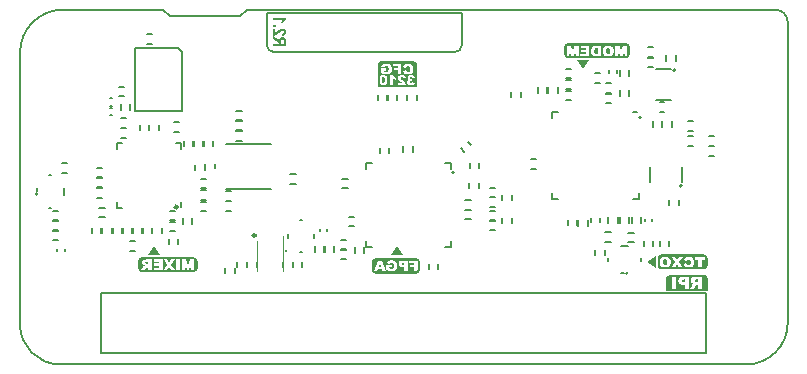
<source format=gbo>
G04*
G04 #@! TF.GenerationSoftware,Altium Limited,CircuitStudio,1.5.2 (30)*
G04*
G04 Layer_Color=52428*
%FSLAX25Y25*%
%MOIN*%
G70*
G01*
G75*
%ADD44C,0.00600*%
%ADD45C,0.00800*%
%ADD54C,0.00500*%
%ADD97C,0.00787*%
%ADD160C,0.00984*%
%ADD161C,0.00984*%
%ADD162C,0.00394*%
G36*
X1263476Y724381D02*
X1250476D01*
Y728781D01*
X1263476D01*
Y724381D01*
D02*
G37*
G36*
X1119825Y808368D02*
X1119915Y808322D01*
X1120006Y808277D01*
X1120084Y808231D01*
X1120155Y808193D01*
X1120220Y808154D01*
X1120278Y808121D01*
X1120375Y808063D01*
X1120447Y808018D01*
X1120498Y807979D01*
X1120531Y807959D01*
X1120537Y807953D01*
X1120609Y807894D01*
X1120680Y807830D01*
X1120745Y807765D01*
X1120796Y807707D01*
X1120842Y807655D01*
X1120874Y807609D01*
X1120900Y807583D01*
X1120907Y807570D01*
X1120945Y807732D01*
X1120997Y807868D01*
X1121062Y807992D01*
X1121133Y808089D01*
X1121192Y808167D01*
X1121244Y808225D01*
X1121282Y808257D01*
X1121289Y808270D01*
X1121295D01*
X1121425Y808354D01*
X1121561Y808419D01*
X1121697Y808465D01*
X1121827Y808491D01*
X1121943Y808510D01*
X1121995Y808517D01*
X1122041D01*
X1122073Y808523D01*
X1122125D01*
X1122274Y808517D01*
X1122404Y808497D01*
X1122527Y808471D01*
X1122630Y808445D01*
X1122708Y808413D01*
X1122773Y808387D01*
X1122812Y808368D01*
X1122825Y808361D01*
X1122928Y808296D01*
X1123013Y808225D01*
X1123084Y808160D01*
X1123136Y808095D01*
X1123181Y808037D01*
X1123213Y807992D01*
X1123227Y807959D01*
X1123233Y807946D01*
X1123252Y807894D01*
X1123272Y807836D01*
X1123304Y807707D01*
X1123324Y807570D01*
X1123343Y807434D01*
X1123350Y807311D01*
Y807253D01*
X1123356Y807208D01*
Y807169D01*
Y807136D01*
Y807117D01*
Y807110D01*
Y805581D01*
X1118976D01*
Y806307D01*
X1120803D01*
Y806449D01*
Y806540D01*
X1120796Y806611D01*
X1120790Y806676D01*
X1120777Y806728D01*
X1120771Y806767D01*
X1120758Y806793D01*
X1120751Y806806D01*
Y806812D01*
X1120732Y806858D01*
X1120699Y806896D01*
X1120641Y806961D01*
X1120615Y806987D01*
X1120589Y807007D01*
X1120576Y807020D01*
X1120570Y807026D01*
X1120544Y807046D01*
X1120505Y807071D01*
X1120466Y807104D01*
X1120421Y807130D01*
X1120310Y807195D01*
X1120200Y807259D01*
X1120097Y807318D01*
X1120051Y807344D01*
X1120012Y807370D01*
X1119980Y807389D01*
X1119954Y807402D01*
X1119935Y807415D01*
X1119928D01*
X1118976Y807933D01*
Y808808D01*
X1119825Y808368D01*
D02*
G37*
G36*
X1166376Y796181D02*
X1166676D01*
Y792381D01*
X1154076D01*
Y796181D01*
X1154376D01*
Y799981D01*
X1166376D01*
Y796181D01*
D02*
G37*
G36*
X1167376Y730281D02*
X1152376D01*
Y734481D01*
X1167376D01*
Y730281D01*
D02*
G37*
G36*
X1237376Y801881D02*
X1216576D01*
Y806081D01*
X1237376D01*
Y801881D01*
D02*
G37*
G36*
X1093176Y730781D02*
X1074476D01*
Y734581D01*
X1093176D01*
Y730781D01*
D02*
G37*
G36*
X1263176Y731581D02*
X1247676D01*
Y735581D01*
X1263176D01*
Y731581D01*
D02*
G37*
G36*
X1246576D02*
X1243576Y733581D01*
X1246576Y735581D01*
Y731581D01*
D02*
G37*
G36*
X1123369Y814439D02*
X1123227Y814387D01*
X1123097Y814323D01*
X1122980Y814251D01*
X1122883Y814180D01*
X1122799Y814115D01*
X1122734Y814063D01*
X1122695Y814025D01*
X1122689Y814018D01*
X1122682Y814012D01*
X1122579Y813895D01*
X1122494Y813785D01*
X1122423Y813688D01*
X1122365Y813597D01*
X1122326Y813519D01*
X1122293Y813467D01*
X1122280Y813428D01*
X1122274Y813422D01*
Y813415D01*
X1121509D01*
X1121593Y813597D01*
X1121691Y813772D01*
X1121801Y813921D01*
X1121905Y814050D01*
X1121950Y814109D01*
X1121995Y814161D01*
X1122041Y814206D01*
X1122073Y814238D01*
X1122105Y814271D01*
X1122125Y814290D01*
X1122138Y814303D01*
X1122144Y814310D01*
X1118976D01*
Y815003D01*
X1123369D01*
Y814439D01*
D02*
G37*
G36*
X1081176Y735781D02*
X1077176D01*
X1079176Y738781D01*
X1081176Y735781D01*
D02*
G37*
G36*
X1222176Y797781D02*
X1220176Y800781D01*
X1224176D01*
X1222176Y797781D01*
D02*
G37*
G36*
X1162176Y735781D02*
X1158176D01*
X1160176Y738781D01*
X1162176Y735781D01*
D02*
G37*
G36*
X1119818Y811983D02*
X1118976D01*
Y812670D01*
X1119818D01*
Y811983D01*
D02*
G37*
G36*
X1122332Y811361D02*
X1122488Y811329D01*
X1122630Y811283D01*
X1122753Y811232D01*
X1122857Y811173D01*
X1122902Y811147D01*
X1122935Y811128D01*
X1122961Y811108D01*
X1122980Y811096D01*
X1122993Y811089D01*
X1123000Y811083D01*
X1123065Y811024D01*
X1123123Y810966D01*
X1123168Y810901D01*
X1123213Y810830D01*
X1123252Y810759D01*
X1123278Y810687D01*
X1123324Y810551D01*
X1123350Y810422D01*
X1123356Y810370D01*
X1123363Y810318D01*
X1123369Y810279D01*
Y810253D01*
Y810234D01*
Y810227D01*
X1123363Y810137D01*
X1123356Y810046D01*
X1123317Y809884D01*
X1123272Y809741D01*
X1123213Y809625D01*
X1123155Y809527D01*
X1123123Y809495D01*
X1123103Y809463D01*
X1123084Y809437D01*
X1123065Y809417D01*
X1123058Y809411D01*
X1123051Y809404D01*
X1122987Y809346D01*
X1122922Y809301D01*
X1122766Y809216D01*
X1122604Y809152D01*
X1122449Y809106D01*
X1122371Y809087D01*
X1122300Y809067D01*
X1122235Y809061D01*
X1122183Y809048D01*
X1122138Y809041D01*
X1122105D01*
X1122079Y809035D01*
X1122073D01*
X1121982Y809722D01*
X1122105Y809735D01*
X1122209Y809754D01*
X1122300Y809780D01*
X1122378Y809813D01*
X1122449Y809851D01*
X1122501Y809890D01*
X1122546Y809936D01*
X1122585Y809981D01*
X1122611Y810026D01*
X1122630Y810065D01*
X1122656Y810143D01*
X1122663Y810169D01*
X1122669Y810195D01*
Y810208D01*
Y810214D01*
X1122663Y810286D01*
X1122643Y810357D01*
X1122624Y810415D01*
X1122598Y810460D01*
X1122565Y810499D01*
X1122546Y810525D01*
X1122527Y810545D01*
X1122520Y810551D01*
X1122462Y810597D01*
X1122391Y810629D01*
X1122319Y810648D01*
X1122248Y810668D01*
X1122183Y810674D01*
X1122131Y810681D01*
X1122086D01*
X1121989Y810674D01*
X1121892Y810655D01*
X1121801Y810629D01*
X1121723Y810603D01*
X1121652Y810577D01*
X1121600Y810551D01*
X1121568Y810532D01*
X1121555Y810525D01*
X1121516Y810499D01*
X1121470Y810467D01*
X1121367Y810389D01*
X1121257Y810299D01*
X1121140Y810201D01*
X1121030Y810111D01*
X1120978Y810072D01*
X1120939Y810033D01*
X1120907Y810007D01*
X1120881Y809981D01*
X1120861Y809968D01*
X1120855Y809962D01*
X1120738Y809858D01*
X1120621Y809767D01*
X1120518Y809676D01*
X1120421Y809599D01*
X1120323Y809527D01*
X1120239Y809469D01*
X1120161Y809411D01*
X1120090Y809365D01*
X1120025Y809320D01*
X1119973Y809281D01*
X1119922Y809255D01*
X1119883Y809229D01*
X1119850Y809210D01*
X1119831Y809203D01*
X1119818Y809190D01*
X1119812D01*
X1119662Y809126D01*
X1119513Y809074D01*
X1119371Y809028D01*
X1119248Y809002D01*
X1119138Y808983D01*
X1119092Y808970D01*
X1119053Y808964D01*
X1119021D01*
X1118995Y808957D01*
X1118976D01*
Y811374D01*
X1119753D01*
Y810001D01*
X1119837Y810046D01*
X1119909Y810091D01*
X1119935Y810111D01*
X1119960Y810130D01*
X1119973Y810137D01*
X1119980Y810143D01*
X1120038Y810188D01*
X1120110Y810247D01*
X1120187Y810318D01*
X1120272Y810389D01*
X1120349Y810454D01*
X1120414Y810512D01*
X1120440Y810532D01*
X1120459Y810551D01*
X1120466Y810558D01*
X1120473Y810564D01*
X1120615Y810687D01*
X1120745Y810791D01*
X1120855Y810882D01*
X1120952Y810953D01*
X1121023Y811005D01*
X1121082Y811044D01*
X1121114Y811063D01*
X1121127Y811070D01*
X1121224Y811121D01*
X1121315Y811173D01*
X1121399Y811212D01*
X1121477Y811245D01*
X1121542Y811264D01*
X1121587Y811283D01*
X1121619Y811296D01*
X1121632D01*
X1121730Y811322D01*
X1121820Y811342D01*
X1121911Y811355D01*
X1121989Y811368D01*
X1122060D01*
X1122112Y811374D01*
X1122248D01*
X1122332Y811361D01*
D02*
G37*
%LPC*%
G36*
X1158473Y734157D02*
X1158324D01*
X1158272Y734150D01*
X1158142Y734144D01*
X1158000Y734131D01*
X1157851Y734111D01*
X1157714Y734085D01*
X1157650Y734066D01*
X1157591Y734047D01*
X1157585D01*
X1157578Y734040D01*
X1157540Y734027D01*
X1157488Y734001D01*
X1157423Y733969D01*
X1157345Y733923D01*
X1157261Y733865D01*
X1157183Y733794D01*
X1157105Y733716D01*
X1157099Y733703D01*
X1157073Y733677D01*
X1157041Y733625D01*
X1156995Y733561D01*
X1156950Y733483D01*
X1156898Y733386D01*
X1156853Y733275D01*
X1156814Y733152D01*
X1157870Y732964D01*
Y732971D01*
X1157883Y732997D01*
X1157902Y733036D01*
X1157922Y733081D01*
X1157954Y733126D01*
X1157993Y733178D01*
X1158045Y733223D01*
X1158097Y733269D01*
X1158103Y733275D01*
X1158123Y733288D01*
X1158162Y733301D01*
X1158207Y733327D01*
X1158265Y733347D01*
X1158330Y733360D01*
X1158408Y733372D01*
X1158499Y733379D01*
X1158531D01*
X1158557Y733372D01*
X1158622Y733366D01*
X1158706Y733347D01*
X1158797Y733321D01*
X1158894Y733275D01*
X1158991Y733211D01*
X1159075Y733126D01*
X1159082Y733113D01*
X1159108Y733081D01*
X1159140Y733016D01*
X1159179Y732932D01*
X1159224Y732822D01*
X1159237Y732757D01*
X1159257Y732686D01*
X1159270Y732608D01*
X1159283Y732524D01*
X1159289Y732433D01*
Y732336D01*
Y732329D01*
Y732310D01*
Y732284D01*
X1159283Y732245D01*
Y732193D01*
X1159276Y732141D01*
X1159263Y732018D01*
X1159237Y731882D01*
X1159198Y731746D01*
X1159147Y731616D01*
X1159114Y731565D01*
X1159075Y731513D01*
X1159062Y731500D01*
X1159036Y731474D01*
X1158985Y731435D01*
X1158913Y731390D01*
X1158829Y731344D01*
X1158725Y731305D01*
X1158602Y731280D01*
X1158466Y731266D01*
X1158401D01*
X1158356Y731273D01*
X1158298Y731280D01*
X1158239Y731286D01*
X1158116Y731318D01*
X1158110D01*
X1158084Y731331D01*
X1158051Y731344D01*
X1158006Y731364D01*
X1157948Y731383D01*
X1157883Y731416D01*
X1157805Y731454D01*
X1157728Y731500D01*
Y731837D01*
X1158466D01*
Y732576D01*
X1156768D01*
Y731059D01*
X1156775Y731053D01*
X1156788Y731046D01*
X1156814Y731027D01*
X1156853Y731007D01*
X1156892Y730981D01*
X1156943Y730949D01*
X1157060Y730878D01*
X1157196Y730806D01*
X1157345Y730729D01*
X1157494Y730657D01*
X1157637Y730606D01*
X1157643D01*
X1157656Y730599D01*
X1157676Y730593D01*
X1157701Y730586D01*
X1157740Y730580D01*
X1157779Y730567D01*
X1157831Y730560D01*
X1157883Y730547D01*
X1158013Y730528D01*
X1158168Y730508D01*
X1158337Y730495D01*
X1158525Y730489D01*
X1158583D01*
X1158628Y730495D01*
X1158687D01*
X1158745Y730502D01*
X1158816Y730508D01*
X1158894Y730515D01*
X1159056Y730541D01*
X1159231Y730580D01*
X1159399Y730631D01*
X1159561Y730703D01*
X1159568D01*
X1159581Y730716D01*
X1159600Y730729D01*
X1159626Y730742D01*
X1159697Y730794D01*
X1159788Y730865D01*
X1159885Y730949D01*
X1159989Y731059D01*
X1160086Y731189D01*
X1160177Y731338D01*
Y731344D01*
X1160183Y731357D01*
X1160196Y731383D01*
X1160209Y731416D01*
X1160229Y731454D01*
X1160242Y731500D01*
X1160261Y731558D01*
X1160281Y731623D01*
X1160306Y731688D01*
X1160326Y731766D01*
X1160358Y731934D01*
X1160384Y732122D01*
X1160391Y732323D01*
Y732329D01*
Y732349D01*
Y732381D01*
X1160384Y732420D01*
Y732472D01*
X1160378Y732530D01*
X1160371Y732595D01*
X1160358Y732666D01*
X1160332Y732822D01*
X1160287Y732990D01*
X1160229Y733159D01*
X1160151Y733327D01*
Y733334D01*
X1160138Y733347D01*
X1160125Y733366D01*
X1160106Y733398D01*
X1160054Y733476D01*
X1159976Y733573D01*
X1159872Y733677D01*
X1159756Y733787D01*
X1159613Y733891D01*
X1159451Y733982D01*
X1159445D01*
X1159432Y733988D01*
X1159412Y734001D01*
X1159386Y734008D01*
X1159348Y734021D01*
X1159302Y734040D01*
X1159250Y734053D01*
X1159192Y734072D01*
X1159127Y734085D01*
X1159049Y734098D01*
X1158972Y734118D01*
X1158887Y734131D01*
X1158790Y734144D01*
X1158693Y734150D01*
X1158473Y734157D01*
D02*
G37*
G36*
X1167143Y734098D02*
X1164428D01*
Y733334D01*
X1166041D01*
Y732718D01*
X1164661D01*
Y731999D01*
X1166041D01*
Y730547D01*
X1167143D01*
Y734098D01*
D02*
G37*
G36*
X1078531Y734457D02*
X1076575D01*
X1076529Y734450D01*
X1076412Y734444D01*
X1076289Y734437D01*
X1076160Y734418D01*
X1076037Y734398D01*
X1075926Y734366D01*
X1075914Y734359D01*
X1075881Y734346D01*
X1075829Y734327D01*
X1075771Y734295D01*
X1075700Y734249D01*
X1075628Y734191D01*
X1075557Y734126D01*
X1075492Y734042D01*
X1075486Y734029D01*
X1075466Y734003D01*
X1075441Y733951D01*
X1075408Y733880D01*
X1075376Y733796D01*
X1075350Y733698D01*
X1075330Y733588D01*
X1075324Y733465D01*
Y733452D01*
Y733413D01*
X1075330Y733361D01*
X1075337Y733290D01*
X1075356Y733212D01*
X1075376Y733128D01*
X1075408Y733038D01*
X1075453Y732953D01*
X1075460Y732947D01*
X1075473Y732921D01*
X1075505Y732882D01*
X1075544Y732830D01*
X1075596Y732778D01*
X1075654Y732720D01*
X1075726Y732662D01*
X1075803Y732610D01*
X1075810Y732603D01*
X1075829Y732597D01*
X1075862Y732577D01*
X1075900Y732558D01*
X1075959Y732539D01*
X1076024Y732513D01*
X1076101Y732493D01*
X1076186Y732467D01*
X1076179D01*
X1076153Y732454D01*
X1076121Y732441D01*
X1076075Y732428D01*
X1075985Y732383D01*
X1075939Y732364D01*
X1075900Y732338D01*
X1075888Y732331D01*
X1075875Y732318D01*
X1075855Y732299D01*
X1075829Y732273D01*
X1075803Y732240D01*
X1075764Y732202D01*
X1075726Y732150D01*
X1075719Y732143D01*
X1075706Y732124D01*
X1075687Y732098D01*
X1075661Y732072D01*
X1075609Y731994D01*
X1075589Y731962D01*
X1075570Y731929D01*
X1075032Y730906D01*
X1076276D01*
X1076866Y731988D01*
X1076873Y731994D01*
X1076886Y732020D01*
X1076905Y732059D01*
X1076931Y732098D01*
X1076996Y732189D01*
X1077034Y732228D01*
X1077067Y732260D01*
X1077073Y732266D01*
X1077086Y732273D01*
X1077112Y732286D01*
X1077145Y732305D01*
X1077184Y732318D01*
X1077229Y732331D01*
X1077281Y732338D01*
X1077339Y732344D01*
X1077430D01*
Y730906D01*
X1078531D01*
Y734457D01*
D02*
G37*
G36*
X1092619D02*
X1091174D01*
X1090623Y732292D01*
X1090066Y734457D01*
X1088621D01*
Y730906D01*
X1089522D01*
Y733614D01*
X1090215Y730906D01*
X1091031D01*
X1091718Y733614D01*
Y730906D01*
X1092619D01*
Y734457D01*
D02*
G37*
G36*
X1087876D02*
X1086774D01*
Y730906D01*
X1087876D01*
Y734457D01*
D02*
G37*
G36*
X1082128D02*
X1079186D01*
Y733698D01*
X1081026D01*
Y733135D01*
X1079322D01*
Y732409D01*
X1081026D01*
Y731709D01*
X1079134D01*
Y730906D01*
X1082128D01*
Y734457D01*
D02*
G37*
G36*
X1155736Y795928D02*
X1155682D01*
X1155622Y795922D01*
X1155544Y795916D01*
X1155459Y795910D01*
X1155369Y795892D01*
X1155279Y795874D01*
X1155195Y795844D01*
X1155183Y795838D01*
X1155159Y795832D01*
X1155117Y795808D01*
X1155069Y795784D01*
X1155015Y795753D01*
X1154955Y795717D01*
X1154900Y795675D01*
X1154846Y795627D01*
X1154840Y795621D01*
X1154822Y795603D01*
X1154798Y795579D01*
X1154768Y795543D01*
X1154732Y795507D01*
X1154696Y795459D01*
X1154630Y795351D01*
X1154624Y795345D01*
X1154618Y795327D01*
X1154600Y795297D01*
X1154582Y795255D01*
X1154564Y795207D01*
X1154546Y795147D01*
X1154522Y795086D01*
X1154504Y795014D01*
Y795008D01*
X1154498Y794996D01*
X1154492Y794978D01*
X1154486Y794948D01*
X1154480Y794918D01*
X1154474Y794876D01*
X1154456Y794780D01*
X1154438Y794666D01*
X1154420Y794539D01*
X1154414Y794395D01*
X1154408Y794251D01*
Y794239D01*
Y794209D01*
Y794167D01*
X1154414Y794107D01*
X1154420Y794029D01*
X1154426Y793945D01*
X1154432Y793854D01*
X1154444Y793752D01*
X1154480Y793536D01*
X1154534Y793320D01*
X1154570Y793217D01*
X1154612Y793115D01*
X1154660Y793025D01*
X1154714Y792941D01*
X1154720Y792935D01*
X1154726Y792923D01*
X1154744Y792905D01*
X1154774Y792875D01*
X1154810Y792845D01*
X1154852Y792809D01*
X1154900Y792773D01*
X1154961Y792736D01*
X1155027Y792694D01*
X1155105Y792658D01*
X1155189Y792622D01*
X1155285Y792592D01*
X1155387Y792562D01*
X1155501Y792544D01*
X1155628Y792532D01*
X1155760Y792526D01*
X1155832D01*
X1155868Y792532D01*
X1155904D01*
X1156000Y792544D01*
X1156108Y792556D01*
X1156223Y792580D01*
X1156337Y792616D01*
X1156439Y792658D01*
X1156451Y792664D01*
X1156481Y792682D01*
X1156529Y792712D01*
X1156583Y792755D01*
X1156655Y792809D01*
X1156721Y792875D01*
X1156794Y792953D01*
X1156860Y793043D01*
X1156866Y793049D01*
X1156878Y793079D01*
X1156902Y793115D01*
X1156926Y793175D01*
X1156956Y793241D01*
X1156986Y793326D01*
X1157016Y793428D01*
X1157040Y793536D01*
Y793542D01*
Y793548D01*
X1157046Y793566D01*
X1157052Y793590D01*
X1157058Y793656D01*
X1157070Y793746D01*
X1157082Y793848D01*
X1157094Y793969D01*
X1157100Y794101D01*
X1157106Y794239D01*
Y794251D01*
Y794281D01*
Y794329D01*
X1157100Y794389D01*
X1157094Y794467D01*
X1157088Y794558D01*
X1157076Y794654D01*
X1157064Y794756D01*
X1157022Y794972D01*
X1156962Y795189D01*
X1156926Y795291D01*
X1156878Y795387D01*
X1156830Y795471D01*
X1156770Y795549D01*
X1156764Y795555D01*
X1156752Y795567D01*
X1156734Y795585D01*
X1156703Y795609D01*
X1156667Y795639D01*
X1156625Y795669D01*
X1156571Y795706D01*
X1156511Y795742D01*
X1156445Y795772D01*
X1156367Y795808D01*
X1156283Y795838D01*
X1156193Y795868D01*
X1156091Y795892D01*
X1155982Y795910D01*
X1155862Y795922D01*
X1155736Y795928D01*
D02*
G37*
G36*
X1161920D02*
X1161842D01*
X1161800Y795922D01*
X1161752D01*
X1161644Y795916D01*
X1161524Y795898D01*
X1161397Y795880D01*
X1161277Y795850D01*
X1161169Y795814D01*
X1161163D01*
X1161157Y795808D01*
X1161127Y795796D01*
X1161073Y795766D01*
X1161013Y795729D01*
X1160946Y795681D01*
X1160874Y795627D01*
X1160802Y795555D01*
X1160742Y795477D01*
X1160736Y795465D01*
X1160718Y795435D01*
X1160694Y795393D01*
X1160664Y795327D01*
X1160634Y795255D01*
X1160610Y795165D01*
X1160592Y795068D01*
X1160586Y794966D01*
Y794960D01*
Y794954D01*
Y794936D01*
Y794918D01*
X1160598Y794858D01*
X1160610Y794780D01*
X1160628Y794696D01*
X1160664Y794594D01*
X1160706Y794491D01*
X1160766Y794389D01*
X1160772Y794377D01*
X1160802Y794341D01*
X1160844Y794287D01*
X1160911Y794215D01*
X1161001Y794125D01*
X1161055Y794077D01*
X1161109Y794023D01*
X1161175Y793969D01*
X1161247Y793909D01*
X1161325Y793848D01*
X1161409Y793788D01*
X1161421Y793782D01*
X1161451Y793758D01*
X1161500Y793722D01*
X1161560Y793680D01*
X1161620Y793638D01*
X1161686Y793596D01*
X1161740Y793554D01*
X1161782Y793518D01*
X1161788Y793512D01*
X1161800Y793506D01*
X1161818Y793488D01*
X1161842Y793470D01*
X1161908Y793404D01*
X1161998Y793326D01*
X1160562D01*
Y792580D01*
X1163315D01*
Y792586D01*
Y792598D01*
X1163309Y792622D01*
X1163303Y792646D01*
X1163297Y792682D01*
X1163290Y792725D01*
X1163260Y792827D01*
X1163224Y792941D01*
X1163176Y793067D01*
X1163110Y793205D01*
X1163032Y793337D01*
X1163026Y793343D01*
X1163020Y793356D01*
X1163008Y793374D01*
X1162984Y793404D01*
X1162954Y793434D01*
X1162924Y793476D01*
X1162876Y793524D01*
X1162828Y793578D01*
X1162774Y793638D01*
X1162708Y793704D01*
X1162635Y793770D01*
X1162551Y793848D01*
X1162461Y793926D01*
X1162359Y794011D01*
X1162251Y794095D01*
X1162131Y794185D01*
X1162125Y794191D01*
X1162113Y794197D01*
X1162094Y794215D01*
X1162064Y794233D01*
X1161998Y794287D01*
X1161914Y794353D01*
X1161830Y794431D01*
X1161740Y794503D01*
X1161668Y794576D01*
X1161638Y794612D01*
X1161614Y794642D01*
X1161608Y794648D01*
X1161596Y794666D01*
X1161578Y794696D01*
X1161553Y794738D01*
X1161535Y794780D01*
X1161518Y794834D01*
X1161506Y794882D01*
X1161500Y794936D01*
Y794942D01*
Y794960D01*
X1161506Y794990D01*
X1161512Y795026D01*
X1161530Y795068D01*
X1161547Y795111D01*
X1161578Y795153D01*
X1161614Y795195D01*
X1161620Y795201D01*
X1161632Y795213D01*
X1161656Y795231D01*
X1161692Y795249D01*
X1161734Y795267D01*
X1161782Y795285D01*
X1161836Y795297D01*
X1161896Y795303D01*
X1161926D01*
X1161956Y795297D01*
X1161998Y795291D01*
X1162040Y795273D01*
X1162088Y795255D01*
X1162136Y795225D01*
X1162185Y795189D01*
X1162191Y795183D01*
X1162203Y795171D01*
X1162221Y795141D01*
X1162245Y795098D01*
X1162269Y795044D01*
X1162293Y794978D01*
X1162311Y794900D01*
X1162329Y794804D01*
X1163248Y794876D01*
Y794882D01*
Y794894D01*
X1163242Y794912D01*
X1163236Y794942D01*
X1163224Y795008D01*
X1163206Y795098D01*
X1163176Y795195D01*
X1163146Y795291D01*
X1163104Y795387D01*
X1163056Y795477D01*
X1163050Y795489D01*
X1163032Y795513D01*
X1162996Y795549D01*
X1162948Y795597D01*
X1162894Y795651D01*
X1162822Y795706D01*
X1162743Y795760D01*
X1162647Y795808D01*
X1162641D01*
X1162635Y795814D01*
X1162599Y795826D01*
X1162539Y795844D01*
X1162455Y795868D01*
X1162353Y795892D01*
X1162227Y795910D01*
X1162082Y795922D01*
X1161920Y795928D01*
D02*
G37*
G36*
X1156685Y799757D02*
X1156536D01*
X1156484Y799750D01*
X1156355Y799744D01*
X1156212Y799731D01*
X1156063Y799711D01*
X1155927Y799685D01*
X1155862Y799666D01*
X1155804Y799647D01*
X1155797D01*
X1155791Y799640D01*
X1155752Y799627D01*
X1155700Y799601D01*
X1155636Y799569D01*
X1155558Y799523D01*
X1155474Y799465D01*
X1155396Y799394D01*
X1155318Y799316D01*
X1155311Y799303D01*
X1155285Y799277D01*
X1155253Y799225D01*
X1155208Y799160D01*
X1155162Y799083D01*
X1155111Y798985D01*
X1155065Y798875D01*
X1155026Y798752D01*
X1156083Y798564D01*
Y798571D01*
X1156096Y798597D01*
X1156115Y798636D01*
X1156134Y798681D01*
X1156167Y798726D01*
X1156206Y798778D01*
X1156258Y798823D01*
X1156309Y798869D01*
X1156316Y798875D01*
X1156335Y798888D01*
X1156374Y798901D01*
X1156419Y798927D01*
X1156478Y798947D01*
X1156543Y798960D01*
X1156620Y798973D01*
X1156711Y798979D01*
X1156744D01*
X1156769Y798973D01*
X1156834Y798966D01*
X1156919Y798947D01*
X1157009Y798921D01*
X1157106Y798875D01*
X1157204Y798810D01*
X1157288Y798726D01*
X1157294Y798713D01*
X1157320Y798681D01*
X1157353Y798616D01*
X1157391Y798532D01*
X1157437Y798422D01*
X1157450Y798357D01*
X1157469Y798286D01*
X1157482Y798208D01*
X1157495Y798124D01*
X1157502Y798033D01*
Y797936D01*
Y797929D01*
Y797910D01*
Y797884D01*
X1157495Y797845D01*
Y797793D01*
X1157489Y797741D01*
X1157476Y797618D01*
X1157450Y797482D01*
X1157411Y797346D01*
X1157359Y797216D01*
X1157327Y797165D01*
X1157288Y797113D01*
X1157275Y797100D01*
X1157249Y797074D01*
X1157197Y797035D01*
X1157126Y796990D01*
X1157042Y796944D01*
X1156938Y796905D01*
X1156815Y796879D01*
X1156679Y796867D01*
X1156614D01*
X1156569Y796873D01*
X1156510Y796879D01*
X1156452Y796886D01*
X1156329Y796918D01*
X1156322D01*
X1156296Y796931D01*
X1156264Y796944D01*
X1156219Y796964D01*
X1156160Y796983D01*
X1156096Y797016D01*
X1156018Y797054D01*
X1155940Y797100D01*
Y797437D01*
X1156679D01*
Y798175D01*
X1154981D01*
Y796659D01*
X1154988Y796653D01*
X1155000Y796646D01*
X1155026Y796627D01*
X1155065Y796607D01*
X1155104Y796581D01*
X1155156Y796549D01*
X1155273Y796478D01*
X1155409Y796407D01*
X1155558Y796329D01*
X1155707Y796257D01*
X1155849Y796206D01*
X1155856D01*
X1155869Y796199D01*
X1155888Y796193D01*
X1155914Y796186D01*
X1155944Y796181D01*
X1157448D01*
X1157612Y796232D01*
X1157774Y796303D01*
X1157780D01*
X1157793Y796316D01*
X1157813Y796329D01*
X1157839Y796342D01*
X1157910Y796393D01*
X1158001Y796465D01*
X1158098Y796549D01*
X1158202Y796659D01*
X1158299Y796789D01*
X1158389Y796938D01*
Y796944D01*
X1158396Y796957D01*
X1158409Y796983D01*
X1158422Y797016D01*
X1158441Y797054D01*
X1158454Y797100D01*
X1158474Y797158D01*
X1158493Y797223D01*
X1158519Y797288D01*
X1158539Y797366D01*
X1158571Y797534D01*
X1158597Y797722D01*
X1158603Y797923D01*
Y797929D01*
Y797949D01*
Y797981D01*
X1158597Y798020D01*
Y798072D01*
X1158590Y798130D01*
X1158584Y798195D01*
X1158571Y798266D01*
X1158545Y798422D01*
X1158500Y798590D01*
X1158441Y798759D01*
X1158364Y798927D01*
Y798934D01*
X1158351Y798947D01*
X1158338Y798966D01*
X1158318Y798998D01*
X1158266Y799076D01*
X1158189Y799173D01*
X1158085Y799277D01*
X1157968Y799387D01*
X1157826Y799491D01*
X1157664Y799582D01*
X1157657D01*
X1157644Y799588D01*
X1157625Y799601D01*
X1157599Y799608D01*
X1157560Y799620D01*
X1157515Y799640D01*
X1157463Y799653D01*
X1157405Y799672D01*
X1157340Y799685D01*
X1157262Y799698D01*
X1157184Y799718D01*
X1157100Y799731D01*
X1157003Y799744D01*
X1156906Y799750D01*
X1156685Y799757D01*
D02*
G37*
G36*
X1165015Y795928D02*
X1164955D01*
X1164907Y795922D01*
X1164853D01*
X1164793Y795916D01*
X1164727Y795910D01*
X1164655Y795898D01*
X1164499Y795868D01*
X1164348Y795826D01*
X1164198Y795766D01*
X1164138Y795729D01*
X1164078Y795687D01*
X1164072D01*
X1164066Y795675D01*
X1164030Y795645D01*
X1163988Y795591D01*
X1163933Y795519D01*
X1163879Y795435D01*
X1163831Y795333D01*
X1163801Y795213D01*
X1163795Y795147D01*
X1163789Y795080D01*
Y795068D01*
Y795044D01*
X1163795Y795002D01*
X1163801Y794954D01*
X1163819Y794894D01*
X1163837Y794828D01*
X1163867Y794762D01*
X1163910Y794696D01*
X1163916Y794690D01*
X1163933Y794666D01*
X1163958Y794636D01*
X1163994Y794594D01*
X1164042Y794552D01*
X1164102Y794497D01*
X1164174Y794443D01*
X1164258Y794395D01*
X1164252D01*
X1164228Y794389D01*
X1164192Y794377D01*
X1164150Y794365D01*
X1164060Y794329D01*
X1164012Y794311D01*
X1163970Y794287D01*
X1163964Y794281D01*
X1163945Y794269D01*
X1163916Y794245D01*
X1163879Y794215D01*
X1163837Y794179D01*
X1163795Y794131D01*
X1163753Y794077D01*
X1163717Y794017D01*
X1163711Y794011D01*
X1163699Y793987D01*
X1163687Y793951D01*
X1163669Y793909D01*
X1163651Y793848D01*
X1163633Y793782D01*
X1163627Y793710D01*
X1163621Y793626D01*
Y793620D01*
Y793614D01*
Y793578D01*
X1163627Y793524D01*
X1163639Y793452D01*
X1163657Y793362D01*
X1163687Y793271D01*
X1163723Y793175D01*
X1163777Y793073D01*
X1163783Y793061D01*
X1163807Y793031D01*
X1163837Y792983D01*
X1163885Y792923D01*
X1163951Y792857D01*
X1164024Y792791D01*
X1164108Y792725D01*
X1164210Y792664D01*
X1164216D01*
X1164222Y792658D01*
X1164240Y792652D01*
X1164264Y792640D01*
X1164288Y792634D01*
X1164324Y792622D01*
X1164408Y792598D01*
X1164517Y792568D01*
X1164643Y792550D01*
X1164793Y792532D01*
X1164955Y792526D01*
X1165027D01*
X1165063Y792532D01*
X1165112D01*
X1165208Y792538D01*
X1165322Y792550D01*
X1165442Y792568D01*
X1165556Y792592D01*
X1165664Y792628D01*
X1165676Y792634D01*
X1165707Y792646D01*
X1165755Y792670D01*
X1165815Y792706D01*
X1165881Y792748D01*
X1165953Y792803D01*
X1166025Y792863D01*
X1166091Y792935D01*
X1166097Y792947D01*
X1166121Y792971D01*
X1166151Y793013D01*
X1166187Y793073D01*
X1166229Y793151D01*
X1166265Y793235D01*
X1166308Y793337D01*
X1166343Y793446D01*
X1165430Y793572D01*
Y793560D01*
X1165418Y793530D01*
X1165406Y793482D01*
X1165388Y793422D01*
X1165340Y793295D01*
X1165304Y793235D01*
X1165268Y793187D01*
X1165262Y793181D01*
X1165250Y793169D01*
X1165220Y793157D01*
X1165190Y793139D01*
X1165147Y793115D01*
X1165093Y793103D01*
X1165039Y793091D01*
X1164973Y793085D01*
X1164943D01*
X1164907Y793091D01*
X1164865Y793103D01*
X1164817Y793115D01*
X1164763Y793139D01*
X1164715Y793175D01*
X1164667Y793217D01*
X1164661Y793223D01*
X1164649Y793241D01*
X1164625Y793271D01*
X1164601Y793314D01*
X1164583Y793362D01*
X1164559Y793428D01*
X1164546Y793500D01*
X1164540Y793578D01*
Y793590D01*
Y793614D01*
X1164546Y793656D01*
X1164552Y793710D01*
X1164571Y793764D01*
X1164589Y793824D01*
X1164619Y793878D01*
X1164661Y793932D01*
X1164667Y793938D01*
X1164685Y793951D01*
X1164709Y793975D01*
X1164745Y793999D01*
X1164793Y794017D01*
X1164847Y794041D01*
X1164913Y794053D01*
X1164985Y794059D01*
X1165027D01*
X1165063Y794053D01*
X1165106Y794047D01*
X1165154Y794035D01*
X1165214Y794023D01*
X1165280Y794005D01*
X1165238Y794654D01*
X1165196D01*
X1165154Y794648D01*
X1165087D01*
X1165051Y794654D01*
X1165009Y794660D01*
X1164967Y794672D01*
X1164913Y794696D01*
X1164865Y794720D01*
X1164817Y794756D01*
X1164811Y794762D01*
X1164799Y794774D01*
X1164775Y794798D01*
X1164751Y794834D01*
X1164733Y794870D01*
X1164709Y794918D01*
X1164697Y794972D01*
X1164691Y795026D01*
Y795032D01*
Y795050D01*
X1164697Y795080D01*
X1164703Y795111D01*
X1164715Y795153D01*
X1164727Y795189D01*
X1164751Y795231D01*
X1164781Y795267D01*
X1164787Y795273D01*
X1164799Y795279D01*
X1164817Y795297D01*
X1164847Y795315D01*
X1164883Y795327D01*
X1164925Y795345D01*
X1164973Y795351D01*
X1165033Y795357D01*
X1165057D01*
X1165087Y795351D01*
X1165129Y795345D01*
X1165172Y795333D01*
X1165214Y795315D01*
X1165256Y795291D01*
X1165298Y795255D01*
X1165304Y795249D01*
X1165316Y795237D01*
X1165328Y795213D01*
X1165352Y795177D01*
X1165370Y795128D01*
X1165394Y795074D01*
X1165412Y795002D01*
X1165430Y794918D01*
X1166295Y795068D01*
Y795074D01*
X1166289Y795086D01*
X1166283Y795111D01*
X1166277Y795134D01*
X1166259Y795171D01*
X1166247Y795213D01*
X1166205Y795303D01*
X1166151Y795405D01*
X1166079Y795513D01*
X1165995Y795615D01*
X1165887Y795706D01*
X1165881D01*
X1165875Y795717D01*
X1165857Y795723D01*
X1165827Y795742D01*
X1165797Y795760D01*
X1165761Y795778D01*
X1165713Y795796D01*
X1165658Y795820D01*
X1165604Y795838D01*
X1165538Y795856D01*
X1165466Y795874D01*
X1165388Y795892D01*
X1165304Y795910D01*
X1165214Y795916D01*
X1165015Y795928D01*
D02*
G37*
G36*
X1161772Y799698D02*
X1159057D01*
Y798934D01*
X1160670D01*
Y798318D01*
X1159290D01*
Y797599D01*
X1160670D01*
Y796181D01*
X1161772D01*
Y799698D01*
D02*
G37*
G36*
X1155148Y734098D02*
X1153943D01*
X1152608Y730547D01*
X1153762D01*
X1153937Y731131D01*
X1155181D01*
X1155356Y730547D01*
X1156477D01*
X1155148Y734098D01*
D02*
G37*
G36*
X1163845D02*
X1161965D01*
X1161926Y734092D01*
X1161875D01*
X1161816Y734085D01*
X1161687Y734066D01*
X1161544Y734027D01*
X1161395Y733975D01*
X1161253Y733910D01*
X1161188Y733865D01*
X1161129Y733813D01*
X1161123D01*
X1161117Y733800D01*
X1161104Y733781D01*
X1161084Y733761D01*
X1161032Y733697D01*
X1160980Y733606D01*
X1160929Y733489D01*
X1160877Y733353D01*
X1160844Y733191D01*
X1160831Y733107D01*
Y733010D01*
Y733003D01*
Y732984D01*
Y732958D01*
X1160838Y732919D01*
Y732874D01*
X1160851Y732822D01*
X1160870Y732705D01*
X1160909Y732569D01*
X1160968Y732427D01*
X1161006Y732355D01*
X1161045Y732290D01*
X1161097Y732226D01*
X1161155Y732167D01*
X1161162D01*
X1161168Y732154D01*
X1161188Y732141D01*
X1161214Y732122D01*
X1161253Y732096D01*
X1161292Y732070D01*
X1161343Y732044D01*
X1161402Y732018D01*
X1161466Y731992D01*
X1161538Y731966D01*
X1161622Y731940D01*
X1161713Y731915D01*
X1161810Y731895D01*
X1161914Y731882D01*
X1162024Y731876D01*
X1162147Y731869D01*
X1162743D01*
Y730547D01*
X1163845D01*
Y734098D01*
D02*
G37*
G36*
X1163975Y799757D02*
X1163910D01*
X1163865Y799750D01*
X1163807D01*
X1163742Y799744D01*
X1163671Y799737D01*
X1163593Y799724D01*
X1163418Y799692D01*
X1163243Y799640D01*
X1163074Y799575D01*
X1162997Y799530D01*
X1162919Y799484D01*
X1162912D01*
X1162900Y799472D01*
X1162880Y799459D01*
X1162854Y799433D01*
X1162822Y799407D01*
X1162783Y799368D01*
X1162744Y799329D01*
X1162699Y799277D01*
X1162653Y799225D01*
X1162608Y799160D01*
X1162556Y799096D01*
X1162511Y799018D01*
X1162465Y798934D01*
X1162420Y798849D01*
X1162381Y798752D01*
X1162342Y798649D01*
X1163314Y798435D01*
Y798441D01*
X1163321Y798461D01*
X1163334Y798493D01*
X1163347Y798525D01*
X1163385Y798603D01*
X1163405Y798636D01*
X1163424Y798668D01*
X1163431Y798674D01*
X1163437Y798687D01*
X1163463Y798713D01*
X1163489Y798739D01*
X1163560Y798804D01*
X1163651Y798862D01*
X1163658Y798869D01*
X1163671Y798875D01*
X1163703Y798888D01*
X1163735Y798901D01*
X1163781Y798914D01*
X1163833Y798921D01*
X1163891Y798934D01*
X1163988D01*
X1164008Y798927D01*
X1164079Y798921D01*
X1164163Y798895D01*
X1164254Y798862D01*
X1164351Y798804D01*
X1164442Y798733D01*
X1164481Y798681D01*
X1164520Y798629D01*
X1164526Y798616D01*
X1164546Y798590D01*
X1164565Y798532D01*
X1164591Y798461D01*
X1164623Y798363D01*
X1164643Y798247D01*
X1164662Y798104D01*
X1164669Y797936D01*
Y797929D01*
Y797910D01*
Y797877D01*
Y797838D01*
X1164662Y797793D01*
Y797735D01*
X1164649Y797612D01*
X1164623Y797482D01*
X1164597Y797346D01*
X1164552Y797223D01*
X1164526Y797171D01*
X1164494Y797126D01*
X1164487Y797119D01*
X1164461Y797093D01*
X1164416Y797061D01*
X1164364Y797022D01*
X1164293Y796977D01*
X1164202Y796944D01*
X1164105Y796918D01*
X1163988Y796912D01*
X1163936D01*
X1163878Y796918D01*
X1163807Y796931D01*
X1163729Y796957D01*
X1163651Y796983D01*
X1163573Y797028D01*
X1163509Y797087D01*
X1163502Y797093D01*
X1163483Y797119D01*
X1163450Y797158D01*
X1163418Y797216D01*
X1163379Y797288D01*
X1163340Y797378D01*
X1163301Y797482D01*
X1163269Y797605D01*
X1162310Y797307D01*
Y797301D01*
X1162316Y797288D01*
X1162323Y797268D01*
X1162329Y797242D01*
X1162349Y797165D01*
X1162388Y797074D01*
X1162426Y796964D01*
X1162485Y796854D01*
X1162543Y796743D01*
X1162621Y796633D01*
X1162627Y796620D01*
X1162660Y796588D01*
X1162705Y796543D01*
X1162764Y796478D01*
X1162841Y796413D01*
X1162926Y796348D01*
X1163029Y796283D01*
X1163139Y796225D01*
X1163146D01*
X1163152Y796218D01*
X1163172Y796212D01*
X1163191Y796206D01*
X1163258Y796181D01*
X1164655D01*
X1164727Y796199D01*
X1164876Y796251D01*
X1164882D01*
X1164889Y796257D01*
X1164908Y796270D01*
X1164934Y796283D01*
X1165006Y796329D01*
X1165090Y796387D01*
X1165187Y796471D01*
X1165297Y796568D01*
X1165401Y796692D01*
X1165504Y796841D01*
Y796847D01*
X1165518Y796860D01*
X1165530Y796886D01*
X1165543Y796918D01*
X1165563Y796957D01*
X1165589Y797009D01*
X1165615Y797067D01*
X1165634Y797139D01*
X1165660Y797210D01*
X1165686Y797294D01*
X1165705Y797385D01*
X1165731Y797482D01*
X1165744Y797586D01*
X1165757Y797696D01*
X1165770Y797929D01*
Y797942D01*
Y797968D01*
X1165764Y798013D01*
Y798072D01*
X1165757Y798150D01*
X1165744Y798234D01*
X1165731Y798324D01*
X1165712Y798428D01*
X1165686Y798538D01*
X1165654Y798649D01*
X1165621Y798759D01*
X1165576Y798875D01*
X1165518Y798985D01*
X1165459Y799089D01*
X1165388Y799193D01*
X1165304Y799284D01*
X1165297Y799290D01*
X1165284Y799303D01*
X1165252Y799329D01*
X1165219Y799355D01*
X1165168Y799394D01*
X1165109Y799433D01*
X1165044Y799478D01*
X1164960Y799523D01*
X1164876Y799562D01*
X1164772Y799608D01*
X1164662Y799647D01*
X1164546Y799685D01*
X1164416Y799711D01*
X1164280Y799737D01*
X1164131Y799750D01*
X1163975Y799757D01*
D02*
G37*
G36*
X1158855Y795928D02*
X1158098D01*
Y792580D01*
X1159023D01*
Y794768D01*
X1159035Y794762D01*
X1159059Y794738D01*
X1159107Y794708D01*
X1159162Y794666D01*
X1159228Y794624D01*
X1159306Y794576D01*
X1159384Y794527D01*
X1159462Y794485D01*
X1159474Y794479D01*
X1159498Y794467D01*
X1159546Y794449D01*
X1159606Y794425D01*
X1159684Y794395D01*
X1159769Y794359D01*
X1159871Y794329D01*
X1159985Y794293D01*
Y795038D01*
X1159979D01*
X1159967Y795044D01*
X1159943Y795056D01*
X1159907Y795062D01*
X1159871Y795080D01*
X1159823Y795098D01*
X1159721Y795141D01*
X1159606Y795195D01*
X1159486Y795255D01*
X1159366Y795321D01*
X1159264Y795399D01*
X1159258D01*
X1159252Y795411D01*
X1159222Y795435D01*
X1159174Y795483D01*
X1159114Y795549D01*
X1159047Y795621D01*
X1158981Y795712D01*
X1158915Y795814D01*
X1158855Y795928D01*
D02*
G37*
G36*
X1086236Y734457D02*
X1085024D01*
X1084402Y733361D01*
X1083787Y734457D01*
X1082588D01*
X1083696Y732733D01*
X1082484Y730906D01*
X1083715D01*
X1084422Y732046D01*
X1085122Y730906D01*
X1086346D01*
X1085122Y732752D01*
X1086236Y734457D01*
D02*
G37*
G36*
X1262978Y735298D02*
X1259641D01*
Y734423D01*
X1260762D01*
Y731747D01*
X1261857D01*
Y734423D01*
X1262978D01*
Y735298D01*
D02*
G37*
G36*
X1257477Y735357D02*
X1257412D01*
X1257366Y735350D01*
X1257308D01*
X1257243Y735344D01*
X1257172Y735337D01*
X1257094Y735324D01*
X1256919Y735292D01*
X1256744Y735240D01*
X1256576Y735175D01*
X1256498Y735130D01*
X1256420Y735084D01*
X1256414D01*
X1256401Y735072D01*
X1256381Y735058D01*
X1256355Y735033D01*
X1256323Y735007D01*
X1256284Y734968D01*
X1256245Y734929D01*
X1256200Y734877D01*
X1256155Y734825D01*
X1256109Y734761D01*
X1256057Y734696D01*
X1256012Y734618D01*
X1255967Y734534D01*
X1255921Y734449D01*
X1255882Y734352D01*
X1255844Y734248D01*
X1256816Y734035D01*
Y734041D01*
X1256822Y734061D01*
X1256835Y734093D01*
X1256848Y734125D01*
X1256887Y734203D01*
X1256906Y734236D01*
X1256926Y734268D01*
X1256932Y734274D01*
X1256939Y734287D01*
X1256965Y734313D01*
X1256991Y734339D01*
X1257062Y734404D01*
X1257152Y734462D01*
X1257159Y734469D01*
X1257172Y734475D01*
X1257204Y734488D01*
X1257237Y734501D01*
X1257282Y734514D01*
X1257334Y734521D01*
X1257392Y734534D01*
X1257489D01*
X1257509Y734527D01*
X1257580Y734521D01*
X1257664Y734495D01*
X1257755Y734462D01*
X1257852Y734404D01*
X1257943Y734333D01*
X1257982Y734281D01*
X1258021Y734229D01*
X1258027Y734216D01*
X1258047Y734190D01*
X1258066Y734132D01*
X1258092Y734061D01*
X1258125Y733963D01*
X1258144Y733847D01*
X1258163Y733704D01*
X1258170Y733536D01*
Y733529D01*
Y733510D01*
Y733477D01*
Y733438D01*
X1258163Y733393D01*
Y733335D01*
X1258150Y733212D01*
X1258125Y733082D01*
X1258099Y732946D01*
X1258053Y732823D01*
X1258027Y732771D01*
X1257995Y732726D01*
X1257988Y732719D01*
X1257963Y732693D01*
X1257917Y732661D01*
X1257865Y732622D01*
X1257794Y732577D01*
X1257703Y732544D01*
X1257606Y732518D01*
X1257489Y732512D01*
X1257438D01*
X1257379Y732518D01*
X1257308Y732531D01*
X1257230Y732557D01*
X1257152Y732583D01*
X1257075Y732628D01*
X1257010Y732687D01*
X1257003Y732693D01*
X1256984Y732719D01*
X1256952Y732758D01*
X1256919Y732816D01*
X1256880Y732888D01*
X1256841Y732978D01*
X1256803Y733082D01*
X1256770Y733205D01*
X1255811Y732907D01*
Y732901D01*
X1255818Y732888D01*
X1255824Y732868D01*
X1255831Y732842D01*
X1255850Y732765D01*
X1255889Y732674D01*
X1255928Y732564D01*
X1255986Y732454D01*
X1256044Y732343D01*
X1256122Y732233D01*
X1256129Y732220D01*
X1256161Y732188D01*
X1256206Y732142D01*
X1256265Y732078D01*
X1256343Y732013D01*
X1256427Y731948D01*
X1256530Y731883D01*
X1256641Y731825D01*
X1256647D01*
X1256653Y731818D01*
X1256673Y731812D01*
X1256692Y731806D01*
X1256764Y731780D01*
X1256854Y731760D01*
X1256965Y731734D01*
X1257101Y731708D01*
X1257256Y731695D01*
X1257425Y731689D01*
X1257522D01*
X1257574Y731695D01*
X1257625D01*
X1257690Y731702D01*
X1257762Y731708D01*
X1257911Y731728D01*
X1258073Y731760D01*
X1258228Y731799D01*
X1258377Y731851D01*
X1258384D01*
X1258390Y731857D01*
X1258410Y731870D01*
X1258436Y731883D01*
X1258507Y731929D01*
X1258591Y731987D01*
X1258688Y732071D01*
X1258798Y732168D01*
X1258902Y732292D01*
X1259006Y732441D01*
Y732447D01*
X1259019Y732460D01*
X1259032Y732486D01*
X1259045Y732518D01*
X1259064Y732557D01*
X1259090Y732609D01*
X1259116Y732667D01*
X1259135Y732739D01*
X1259161Y732810D01*
X1259187Y732894D01*
X1259207Y732985D01*
X1259233Y733082D01*
X1259246Y733186D01*
X1259258Y733296D01*
X1259272Y733529D01*
Y733542D01*
Y733568D01*
X1259265Y733613D01*
Y733672D01*
X1259258Y733750D01*
X1259246Y733834D01*
X1259233Y733924D01*
X1259213Y734028D01*
X1259187Y734138D01*
X1259155Y734248D01*
X1259122Y734359D01*
X1259077Y734475D01*
X1259019Y734586D01*
X1258960Y734689D01*
X1258889Y734793D01*
X1258805Y734884D01*
X1258798Y734890D01*
X1258786Y734903D01*
X1258753Y734929D01*
X1258721Y734955D01*
X1258669Y734994D01*
X1258611Y735033D01*
X1258546Y735078D01*
X1258461Y735123D01*
X1258377Y735162D01*
X1258274Y735208D01*
X1258163Y735247D01*
X1258047Y735285D01*
X1257917Y735311D01*
X1257781Y735337D01*
X1257632Y735350D01*
X1257477Y735357D01*
D02*
G37*
G36*
X1237107Y805698D02*
X1235662D01*
X1235111Y803534D01*
X1234554Y805698D01*
X1233109D01*
Y802147D01*
X1234010D01*
Y804856D01*
X1234703Y802147D01*
X1235520D01*
X1236206Y804856D01*
Y802147D01*
X1237107D01*
Y805698D01*
D02*
G37*
G36*
X1249720Y735357D02*
X1249636D01*
X1249577Y735350D01*
X1249500Y735344D01*
X1249415Y735331D01*
X1249318Y735318D01*
X1249221Y735298D01*
X1249111Y735272D01*
X1249001Y735240D01*
X1248884Y735201D01*
X1248774Y735156D01*
X1248664Y735097D01*
X1248553Y735033D01*
X1248456Y734961D01*
X1248359Y734877D01*
X1248353Y734871D01*
X1248340Y734858D01*
X1248314Y734825D01*
X1248281Y734793D01*
X1248249Y734741D01*
X1248204Y734683D01*
X1248158Y734611D01*
X1248113Y734534D01*
X1248067Y734443D01*
X1248029Y734346D01*
X1247983Y734236D01*
X1247951Y734119D01*
X1247919Y733989D01*
X1247893Y733853D01*
X1247880Y733704D01*
X1247873Y733549D01*
Y733542D01*
Y733523D01*
Y733490D01*
Y733445D01*
X1247880Y733393D01*
X1247886Y733328D01*
X1247893Y733264D01*
X1247899Y733186D01*
X1247925Y733024D01*
X1247964Y732855D01*
X1248016Y732687D01*
X1248087Y732525D01*
Y732518D01*
X1248094Y732505D01*
X1248106Y732486D01*
X1248126Y732460D01*
X1248171Y732389D01*
X1248242Y732298D01*
X1248327Y732201D01*
X1248430Y732097D01*
X1248547Y732000D01*
X1248690Y731909D01*
X1248696D01*
X1248709Y731903D01*
X1248728Y731890D01*
X1248761Y731877D01*
X1248800Y731857D01*
X1248845Y731838D01*
X1248897Y731818D01*
X1248962Y731799D01*
X1249033Y731780D01*
X1249104Y731760D01*
X1249273Y731721D01*
X1249467Y731695D01*
X1249681Y731689D01*
X1249778D01*
X1249830Y731695D01*
X1249888Y731702D01*
X1249953D01*
X1250031Y731715D01*
X1250187Y731734D01*
X1250348Y731767D01*
X1250517Y731812D01*
X1250673Y731877D01*
X1250679D01*
X1250692Y731883D01*
X1250711Y731896D01*
X1250737Y731916D01*
X1250809Y731961D01*
X1250899Y732026D01*
X1251003Y732104D01*
X1251107Y732214D01*
X1251217Y732337D01*
X1251314Y732479D01*
Y732486D01*
X1251327Y732499D01*
X1251334Y732525D01*
X1251353Y732557D01*
X1251372Y732596D01*
X1251392Y732642D01*
X1251411Y732700D01*
X1251431Y732765D01*
X1251457Y732836D01*
X1251476Y732914D01*
X1251495Y732998D01*
X1251515Y733095D01*
X1251541Y733296D01*
X1251554Y733516D01*
Y733529D01*
Y733555D01*
X1251547Y733601D01*
Y733659D01*
X1251541Y733730D01*
X1251528Y733814D01*
X1251515Y733912D01*
X1251495Y734009D01*
X1251470Y734119D01*
X1251437Y734229D01*
X1251398Y734339D01*
X1251353Y734456D01*
X1251295Y734566D01*
X1251230Y734676D01*
X1251159Y734773D01*
X1251074Y734871D01*
X1251068Y734877D01*
X1251048Y734890D01*
X1251022Y734916D01*
X1250984Y734948D01*
X1250932Y734981D01*
X1250873Y735026D01*
X1250802Y735072D01*
X1250724Y735117D01*
X1250634Y735162D01*
X1250530Y735201D01*
X1250420Y735247D01*
X1250297Y735279D01*
X1250167Y735311D01*
X1250025Y735337D01*
X1249876Y735350D01*
X1249720Y735357D01*
D02*
G37*
G36*
X1255526Y735298D02*
X1254314D01*
X1253692Y734203D01*
X1253077Y735298D01*
X1251878D01*
X1252986Y733575D01*
X1251774Y731747D01*
X1253005D01*
X1253712Y732888D01*
X1254412Y731747D01*
X1255636D01*
X1254412Y733594D01*
X1255526Y735298D01*
D02*
G37*
G36*
X1261874Y728609D02*
X1259640D01*
X1259588Y728601D01*
X1259455Y728594D01*
X1259314Y728586D01*
X1259166Y728564D01*
X1259025Y728542D01*
X1258900Y728505D01*
X1258885Y728498D01*
X1258848Y728483D01*
X1258789Y728461D01*
X1258722Y728424D01*
X1258641Y728372D01*
X1258559Y728305D01*
X1258478Y728231D01*
X1258404Y728135D01*
X1258396Y728120D01*
X1258374Y728091D01*
X1258345Y728031D01*
X1258308Y727950D01*
X1258271Y727854D01*
X1258241Y727743D01*
X1258219Y727617D01*
X1258211Y727477D01*
Y727462D01*
Y727417D01*
X1258219Y727358D01*
X1258226Y727277D01*
X1258248Y727188D01*
X1258271Y727092D01*
X1258308Y726988D01*
X1258359Y726892D01*
X1258367Y726885D01*
X1258382Y726855D01*
X1258419Y726811D01*
X1258463Y726751D01*
X1258522Y726692D01*
X1258589Y726625D01*
X1258670Y726559D01*
X1258759Y726500D01*
X1258766Y726492D01*
X1258789Y726485D01*
X1258826Y726463D01*
X1258870Y726440D01*
X1258937Y726418D01*
X1259011Y726389D01*
X1259099Y726367D01*
X1259196Y726337D01*
X1259188D01*
X1259159Y726322D01*
X1259122Y726307D01*
X1259070Y726293D01*
X1258966Y726241D01*
X1258914Y726219D01*
X1258870Y726189D01*
X1258855Y726182D01*
X1258840Y726167D01*
X1258818Y726145D01*
X1258789Y726115D01*
X1258759Y726078D01*
X1258715Y726033D01*
X1258670Y725974D01*
X1258663Y725967D01*
X1258648Y725945D01*
X1258626Y725915D01*
X1258596Y725885D01*
X1258537Y725797D01*
X1258515Y725760D01*
X1258493Y725723D01*
X1257878Y724553D01*
X1259299D01*
X1259973Y725789D01*
X1259980Y725797D01*
X1259995Y725826D01*
X1260017Y725871D01*
X1260047Y725915D01*
X1260121Y726019D01*
X1260165Y726063D01*
X1260202Y726100D01*
X1260209Y726108D01*
X1260224Y726115D01*
X1260254Y726130D01*
X1260291Y726152D01*
X1260335Y726167D01*
X1260387Y726182D01*
X1260446Y726189D01*
X1260513Y726196D01*
X1260616D01*
Y724553D01*
X1261874D01*
Y728609D01*
D02*
G37*
G36*
X1122099Y807771D02*
X1122066D01*
X1121989Y807765D01*
X1121924Y807758D01*
X1121859Y807745D01*
X1121814Y807732D01*
X1121768Y807713D01*
X1121743Y807700D01*
X1121723Y807694D01*
X1121717Y807687D01*
X1121671Y807655D01*
X1121632Y807616D01*
X1121607Y807583D01*
X1121581Y807545D01*
X1121561Y807512D01*
X1121548Y807493D01*
X1121542Y807473D01*
Y807467D01*
X1121535Y807434D01*
X1121529Y807402D01*
X1121522Y807311D01*
X1121509Y807208D01*
Y807104D01*
X1121503Y807000D01*
Y806955D01*
Y806916D01*
Y806884D01*
Y806858D01*
Y806845D01*
Y806838D01*
Y806307D01*
X1122617D01*
Y806871D01*
Y806955D01*
Y807033D01*
X1122611Y807104D01*
Y807169D01*
Y807220D01*
X1122604Y807272D01*
Y807311D01*
X1122598Y807350D01*
X1122591Y807402D01*
X1122585Y807434D01*
X1122579Y807454D01*
Y807460D01*
X1122559Y807512D01*
X1122533Y807557D01*
X1122501Y807596D01*
X1122475Y807629D01*
X1122449Y807655D01*
X1122423Y807674D01*
X1122410Y807681D01*
X1122404Y807687D01*
X1122352Y807713D01*
X1122300Y807739D01*
X1122190Y807758D01*
X1122138Y807765D01*
X1122099Y807771D01*
D02*
G37*
G36*
X1253335Y728609D02*
X1252077D01*
Y724553D01*
X1253335D01*
Y728609D01*
D02*
G37*
G36*
X1257486D02*
X1255340D01*
X1255296Y728601D01*
X1255237D01*
X1255170Y728594D01*
X1255022Y728572D01*
X1254859Y728527D01*
X1254689Y728468D01*
X1254526Y728394D01*
X1254452Y728342D01*
X1254386Y728283D01*
X1254378D01*
X1254371Y728268D01*
X1254356Y728246D01*
X1254334Y728224D01*
X1254275Y728150D01*
X1254215Y728046D01*
X1254156Y727913D01*
X1254097Y727758D01*
X1254060Y727573D01*
X1254045Y727477D01*
Y727365D01*
Y727358D01*
Y727336D01*
Y727306D01*
X1254053Y727262D01*
Y727210D01*
X1254067Y727151D01*
X1254090Y727018D01*
X1254134Y726862D01*
X1254201Y726699D01*
X1254245Y726618D01*
X1254289Y726544D01*
X1254349Y726470D01*
X1254415Y726404D01*
X1254423D01*
X1254430Y726389D01*
X1254452Y726374D01*
X1254482Y726352D01*
X1254526Y726322D01*
X1254571Y726293D01*
X1254630Y726263D01*
X1254696Y726233D01*
X1254770Y726204D01*
X1254852Y726174D01*
X1254948Y726145D01*
X1255052Y726115D01*
X1255163Y726093D01*
X1255281Y726078D01*
X1255407Y726070D01*
X1255547Y726063D01*
X1256228D01*
Y724553D01*
X1257486D01*
Y728609D01*
D02*
G37*
G36*
X1228262Y805698D02*
X1226558D01*
X1226512Y805692D01*
X1226467D01*
X1226357Y805679D01*
X1226227Y805666D01*
X1226098Y805640D01*
X1225968Y805608D01*
X1225851Y805562D01*
X1225845D01*
X1225838Y805556D01*
X1225799Y805536D01*
X1225748Y805510D01*
X1225676Y805465D01*
X1225599Y805413D01*
X1225514Y805348D01*
X1225437Y805271D01*
X1225359Y805186D01*
X1225352Y805173D01*
X1225326Y805141D01*
X1225294Y805096D01*
X1225249Y805024D01*
X1225203Y804940D01*
X1225158Y804843D01*
X1225119Y804733D01*
X1225080Y804616D01*
Y804610D01*
X1225074Y804603D01*
Y804584D01*
X1225067Y804558D01*
X1225054Y804493D01*
X1225035Y804409D01*
X1225015Y804305D01*
X1225002Y804189D01*
X1224996Y804065D01*
X1224990Y803929D01*
Y803923D01*
Y803903D01*
Y803877D01*
Y803839D01*
X1224996Y803787D01*
Y803735D01*
X1225009Y803605D01*
X1225022Y803469D01*
X1225048Y803320D01*
X1225080Y803178D01*
X1225126Y803048D01*
Y803041D01*
X1225132Y803035D01*
X1225152Y802996D01*
X1225177Y802938D01*
X1225216Y802866D01*
X1225268Y802782D01*
X1225333Y802698D01*
X1225404Y802607D01*
X1225488Y802523D01*
X1225501Y802517D01*
X1225527Y802491D01*
X1225573Y802452D01*
X1225631Y802407D01*
X1225709Y802361D01*
X1225786Y802316D01*
X1225877Y802270D01*
X1225974Y802238D01*
X1225981D01*
X1225987Y802232D01*
X1226007D01*
X1226033Y802225D01*
X1226104Y802212D01*
X1226195Y802193D01*
X1226292Y802173D01*
X1226409Y802160D01*
X1226519Y802154D01*
X1226635Y802147D01*
X1228262D01*
Y805698D01*
D02*
G37*
G36*
X1224413D02*
X1221471D01*
Y804940D01*
X1223311D01*
Y804376D01*
X1221607D01*
Y803651D01*
X1223311D01*
Y802951D01*
X1221419D01*
Y802147D01*
X1224413D01*
Y805698D01*
D02*
G37*
G36*
X1230711Y805757D02*
X1230627D01*
X1230569Y805750D01*
X1230491Y805744D01*
X1230407Y805731D01*
X1230309Y805718D01*
X1230212Y805698D01*
X1230102Y805672D01*
X1229992Y805640D01*
X1229875Y805601D01*
X1229765Y805556D01*
X1229655Y805497D01*
X1229545Y805433D01*
X1229448Y805361D01*
X1229350Y805277D01*
X1229344Y805271D01*
X1229331Y805258D01*
X1229305Y805225D01*
X1229273Y805193D01*
X1229240Y805141D01*
X1229195Y805083D01*
X1229150Y805011D01*
X1229104Y804934D01*
X1229059Y804843D01*
X1229020Y804746D01*
X1228975Y804636D01*
X1228942Y804519D01*
X1228910Y804389D01*
X1228884Y804253D01*
X1228871Y804104D01*
X1228864Y803949D01*
Y803942D01*
Y803923D01*
Y803890D01*
Y803845D01*
X1228871Y803793D01*
X1228878Y803728D01*
X1228884Y803664D01*
X1228890Y803586D01*
X1228916Y803424D01*
X1228955Y803255D01*
X1229007Y803087D01*
X1229078Y802925D01*
Y802918D01*
X1229085Y802905D01*
X1229098Y802886D01*
X1229117Y802860D01*
X1229163Y802789D01*
X1229234Y802698D01*
X1229318Y802601D01*
X1229422Y802497D01*
X1229538Y802400D01*
X1229681Y802309D01*
X1229688D01*
X1229700Y802303D01*
X1229720Y802290D01*
X1229752Y802277D01*
X1229791Y802257D01*
X1229836Y802238D01*
X1229888Y802219D01*
X1229953Y802199D01*
X1230024Y802180D01*
X1230096Y802160D01*
X1230264Y802121D01*
X1230459Y802095D01*
X1230672Y802089D01*
X1230770D01*
X1230822Y802095D01*
X1230880Y802102D01*
X1230945D01*
X1231022Y802115D01*
X1231178Y802134D01*
X1231340Y802167D01*
X1231508Y802212D01*
X1231664Y802277D01*
X1231670D01*
X1231683Y802283D01*
X1231703Y802296D01*
X1231729Y802316D01*
X1231800Y802361D01*
X1231891Y802426D01*
X1231994Y802504D01*
X1232098Y802614D01*
X1232208Y802737D01*
X1232305Y802880D01*
Y802886D01*
X1232318Y802899D01*
X1232325Y802925D01*
X1232344Y802957D01*
X1232364Y802996D01*
X1232383Y803041D01*
X1232403Y803100D01*
X1232422Y803165D01*
X1232448Y803236D01*
X1232467Y803314D01*
X1232487Y803398D01*
X1232506Y803495D01*
X1232532Y803696D01*
X1232545Y803916D01*
Y803929D01*
Y803955D01*
X1232539Y804000D01*
Y804059D01*
X1232532Y804130D01*
X1232519Y804214D01*
X1232506Y804312D01*
X1232487Y804409D01*
X1232461Y804519D01*
X1232428Y804629D01*
X1232390Y804739D01*
X1232344Y804856D01*
X1232286Y804966D01*
X1232221Y805076D01*
X1232150Y805173D01*
X1232066Y805271D01*
X1232059Y805277D01*
X1232040Y805290D01*
X1232014Y805316D01*
X1231975Y805348D01*
X1231923Y805381D01*
X1231865Y805426D01*
X1231793Y805472D01*
X1231716Y805517D01*
X1231625Y805562D01*
X1231521Y805601D01*
X1231411Y805647D01*
X1231288Y805679D01*
X1231158Y805711D01*
X1231016Y805737D01*
X1230867Y805750D01*
X1230711Y805757D01*
D02*
G37*
G36*
X1220842Y805698D02*
X1219397D01*
X1218846Y803534D01*
X1218289Y805698D01*
X1216844D01*
Y802147D01*
X1217745D01*
Y804856D01*
X1218438Y802147D01*
X1219255D01*
X1219942Y804856D01*
Y802147D01*
X1220842D01*
Y805698D01*
D02*
G37*
%LPD*%
G36*
X1256228Y726885D02*
X1255866D01*
X1255799Y726892D01*
X1255725Y726899D01*
X1255644Y726914D01*
X1255555Y726936D01*
X1255481Y726966D01*
X1255414Y727003D01*
X1255407Y727010D01*
X1255392Y727025D01*
X1255370Y727055D01*
X1255340Y727092D01*
X1255311Y727136D01*
X1255288Y727195D01*
X1255274Y727254D01*
X1255266Y727328D01*
Y727336D01*
Y727358D01*
X1255274Y727395D01*
X1255281Y727439D01*
X1255296Y727491D01*
X1255325Y727551D01*
X1255355Y727602D01*
X1255399Y727654D01*
X1255407Y727662D01*
X1255422Y727676D01*
X1255459Y727699D01*
X1255503Y727721D01*
X1255570Y727743D01*
X1255651Y727765D01*
X1255755Y727780D01*
X1255873Y727787D01*
X1256228D01*
Y726885D01*
D02*
G37*
G36*
X1155802Y795315D02*
X1155844Y795309D01*
X1155892Y795291D01*
X1155946Y795267D01*
X1156000Y795225D01*
X1156054Y795165D01*
X1156096Y795086D01*
X1156102Y795074D01*
X1156108Y795062D01*
X1156114Y795038D01*
X1156120Y795014D01*
X1156126Y794984D01*
X1156139Y794942D01*
X1156145Y794894D01*
X1156157Y794840D01*
X1156169Y794780D01*
X1156175Y794708D01*
X1156181Y794636D01*
X1156187Y794546D01*
X1156193Y794455D01*
X1156199Y794353D01*
Y794239D01*
Y794233D01*
Y794209D01*
Y794179D01*
Y794137D01*
X1156193Y794089D01*
Y794029D01*
X1156187Y793896D01*
X1156175Y793752D01*
X1156151Y793608D01*
X1156139Y793542D01*
X1156126Y793482D01*
X1156108Y793428D01*
X1156091Y793380D01*
X1156084Y793368D01*
X1156066Y793343D01*
X1156042Y793307D01*
X1156006Y793265D01*
X1155958Y793223D01*
X1155904Y793187D01*
X1155838Y793163D01*
X1155766Y793151D01*
X1155742D01*
X1155712Y793157D01*
X1155682Y793163D01*
X1155640Y793175D01*
X1155604Y793193D01*
X1155562Y793217D01*
X1155519Y793247D01*
X1155513Y793253D01*
X1155501Y793265D01*
X1155484Y793289D01*
X1155459Y793320D01*
X1155435Y793368D01*
X1155411Y793416D01*
X1155387Y793482D01*
X1155369Y793554D01*
Y793566D01*
X1155363Y793596D01*
X1155351Y793644D01*
X1155339Y793716D01*
X1155333Y793806D01*
X1155321Y793921D01*
X1155315Y794053D01*
Y794209D01*
Y794215D01*
Y794239D01*
Y794269D01*
Y794317D01*
X1155321Y794365D01*
Y794431D01*
X1155327Y794564D01*
X1155345Y794714D01*
X1155363Y794858D01*
X1155375Y794924D01*
X1155393Y794990D01*
X1155411Y795044D01*
X1155429Y795092D01*
X1155435Y795105D01*
X1155453Y795128D01*
X1155477Y795165D01*
X1155513Y795207D01*
X1155562Y795249D01*
X1155622Y795285D01*
X1155688Y795309D01*
X1155766Y795321D01*
X1155778D01*
X1155802Y795315D01*
D02*
G37*
G36*
X1077430Y733018D02*
X1076931D01*
X1076905Y733025D01*
X1076866Y733031D01*
X1076814Y733038D01*
X1076749Y733050D01*
X1076678Y733063D01*
X1076672D01*
X1076659Y733070D01*
X1076639Y733076D01*
X1076613Y733083D01*
X1076555Y733115D01*
X1076523Y733141D01*
X1076497Y733174D01*
X1076490Y733180D01*
X1076484Y733193D01*
X1076471Y733206D01*
X1076458Y733232D01*
X1076438Y733297D01*
X1076425Y733336D01*
Y733381D01*
Y733387D01*
Y733407D01*
X1076432Y733439D01*
X1076438Y733478D01*
X1076451Y733517D01*
X1076471Y733562D01*
X1076497Y733601D01*
X1076536Y733640D01*
X1076542Y733647D01*
X1076555Y733653D01*
X1076587Y733673D01*
X1076626Y733692D01*
X1076685Y733705D01*
X1076756Y733724D01*
X1076847Y733731D01*
X1076950Y733737D01*
X1077430D01*
Y733018D01*
D02*
G37*
G36*
X1260616Y726966D02*
X1260047D01*
X1260017Y726973D01*
X1259973Y726981D01*
X1259913Y726988D01*
X1259839Y727003D01*
X1259758Y727018D01*
X1259751D01*
X1259736Y727025D01*
X1259714Y727033D01*
X1259684Y727040D01*
X1259617Y727077D01*
X1259580Y727107D01*
X1259551Y727143D01*
X1259543Y727151D01*
X1259536Y727166D01*
X1259521Y727180D01*
X1259506Y727210D01*
X1259484Y727284D01*
X1259469Y727328D01*
Y727380D01*
Y727388D01*
Y727410D01*
X1259477Y727447D01*
X1259484Y727491D01*
X1259499Y727536D01*
X1259521Y727588D01*
X1259551Y727632D01*
X1259595Y727676D01*
X1259603Y727684D01*
X1259617Y727691D01*
X1259654Y727713D01*
X1259699Y727736D01*
X1259765Y727750D01*
X1259847Y727773D01*
X1259950Y727780D01*
X1260069Y727787D01*
X1260616D01*
Y726966D01*
D02*
G37*
G36*
X1227167Y802957D02*
X1226843D01*
X1226784Y802964D01*
X1226707D01*
X1226629Y802977D01*
X1226545Y802990D01*
X1226473Y803003D01*
X1226409Y803028D01*
X1226402Y803035D01*
X1226383Y803041D01*
X1226357Y803061D01*
X1226324Y803093D01*
X1226285Y803126D01*
X1226247Y803171D01*
X1226208Y803229D01*
X1226175Y803294D01*
X1226169Y803301D01*
X1226162Y803333D01*
X1226149Y803378D01*
X1226130Y803443D01*
X1226117Y803528D01*
X1226104Y803638D01*
X1226098Y803761D01*
X1226091Y803910D01*
Y803916D01*
Y803936D01*
Y803962D01*
Y804000D01*
X1226098Y804046D01*
Y804098D01*
X1226117Y804221D01*
X1226136Y804344D01*
X1226169Y804474D01*
X1226214Y804590D01*
X1226247Y804636D01*
X1226279Y804681D01*
X1226285Y804687D01*
X1226318Y804713D01*
X1226363Y804746D01*
X1226428Y804791D01*
X1226512Y804830D01*
X1226616Y804862D01*
X1226746Y804888D01*
X1226895Y804895D01*
X1227167D01*
Y802957D01*
D02*
G37*
G36*
X1249778Y734521D02*
X1249843Y734514D01*
X1249914Y734495D01*
X1249999Y734469D01*
X1250089Y734423D01*
X1250180Y734365D01*
X1250258Y734287D01*
X1250264Y734274D01*
X1250290Y734242D01*
X1250323Y734184D01*
X1250355Y734106D01*
X1250374Y734054D01*
X1250394Y733996D01*
X1250413Y733931D01*
X1250426Y733866D01*
X1250439Y733788D01*
X1250452Y733704D01*
X1250459Y733613D01*
Y733516D01*
Y733510D01*
Y733490D01*
Y733464D01*
X1250452Y733432D01*
Y733387D01*
X1250446Y733335D01*
X1250433Y733218D01*
X1250413Y733095D01*
X1250374Y732966D01*
X1250329Y732842D01*
X1250297Y732791D01*
X1250264Y732745D01*
X1250258Y732732D01*
X1250225Y732706D01*
X1250180Y732674D01*
X1250122Y732628D01*
X1250044Y732583D01*
X1249947Y732551D01*
X1249837Y732525D01*
X1249714Y732512D01*
X1249681D01*
X1249655Y732518D01*
X1249590Y732525D01*
X1249513Y732538D01*
X1249428Y732570D01*
X1249338Y732609D01*
X1249247Y732661D01*
X1249169Y732739D01*
X1249163Y732752D01*
X1249137Y732784D01*
X1249124Y732810D01*
X1249104Y732842D01*
X1249085Y732881D01*
X1249065Y732927D01*
X1249053Y732978D01*
X1249033Y733037D01*
X1249014Y733108D01*
X1249001Y733179D01*
X1248988Y733264D01*
X1248975Y733354D01*
X1248968Y733452D01*
Y733562D01*
Y733568D01*
Y733581D01*
Y733607D01*
Y733646D01*
X1248975Y733685D01*
X1248981Y733730D01*
X1248994Y733840D01*
X1249020Y733957D01*
X1249053Y734080D01*
X1249104Y734197D01*
X1249176Y734294D01*
X1249182Y734307D01*
X1249214Y734333D01*
X1249260Y734365D01*
X1249318Y734410D01*
X1249396Y734456D01*
X1249493Y734488D01*
X1249603Y734514D01*
X1249726Y734527D01*
X1249739D01*
X1249778Y734521D01*
D02*
G37*
G36*
X1230770Y804921D02*
X1230834Y804914D01*
X1230906Y804895D01*
X1230990Y804869D01*
X1231081Y804823D01*
X1231171Y804765D01*
X1231249Y804687D01*
X1231256Y804674D01*
X1231282Y804642D01*
X1231314Y804584D01*
X1231346Y804506D01*
X1231366Y804454D01*
X1231385Y804396D01*
X1231405Y804331D01*
X1231418Y804266D01*
X1231431Y804189D01*
X1231444Y804104D01*
X1231450Y804014D01*
Y803916D01*
Y803910D01*
Y803890D01*
Y803864D01*
X1231444Y803832D01*
Y803787D01*
X1231437Y803735D01*
X1231424Y803618D01*
X1231405Y803495D01*
X1231366Y803366D01*
X1231320Y803242D01*
X1231288Y803191D01*
X1231256Y803145D01*
X1231249Y803132D01*
X1231217Y803106D01*
X1231171Y803074D01*
X1231113Y803028D01*
X1231035Y802983D01*
X1230938Y802951D01*
X1230828Y802925D01*
X1230705Y802912D01*
X1230672D01*
X1230647Y802918D01*
X1230582Y802925D01*
X1230504Y802938D01*
X1230420Y802970D01*
X1230329Y803009D01*
X1230238Y803061D01*
X1230161Y803139D01*
X1230154Y803152D01*
X1230128Y803184D01*
X1230115Y803210D01*
X1230096Y803242D01*
X1230076Y803281D01*
X1230057Y803327D01*
X1230044Y803378D01*
X1230024Y803437D01*
X1230005Y803508D01*
X1229992Y803579D01*
X1229979Y803664D01*
X1229966Y803754D01*
X1229960Y803852D01*
Y803962D01*
Y803968D01*
Y803981D01*
Y804007D01*
Y804046D01*
X1229966Y804085D01*
X1229973Y804130D01*
X1229986Y804240D01*
X1230011Y804357D01*
X1230044Y804480D01*
X1230096Y804597D01*
X1230167Y804694D01*
X1230173Y804707D01*
X1230206Y804733D01*
X1230251Y804765D01*
X1230309Y804811D01*
X1230387Y804856D01*
X1230484Y804888D01*
X1230595Y804914D01*
X1230718Y804927D01*
X1230731D01*
X1230770Y804921D01*
D02*
G37*
G36*
X1154948Y731902D02*
X1154170D01*
X1154559Y733172D01*
X1154948Y731902D01*
D02*
G37*
G36*
X1162743Y732588D02*
X1162426D01*
X1162367Y732595D01*
X1162302Y732601D01*
X1162231Y732614D01*
X1162153Y732634D01*
X1162088Y732660D01*
X1162030Y732692D01*
X1162024Y732699D01*
X1162011Y732712D01*
X1161991Y732737D01*
X1161965Y732770D01*
X1161940Y732809D01*
X1161920Y732861D01*
X1161907Y732912D01*
X1161901Y732977D01*
Y732984D01*
Y733003D01*
X1161907Y733036D01*
X1161914Y733074D01*
X1161926Y733120D01*
X1161952Y733172D01*
X1161978Y733217D01*
X1162017Y733262D01*
X1162024Y733269D01*
X1162037Y733282D01*
X1162069Y733301D01*
X1162108Y733321D01*
X1162166Y733340D01*
X1162238Y733360D01*
X1162328Y733372D01*
X1162432Y733379D01*
X1162743D01*
Y732588D01*
D02*
G37*
D44*
X1040343Y756300D02*
G03*
X1040343Y756300I-300J0D01*
G01*
X1237176Y729881D02*
G03*
X1237176Y729881I-300J0D01*
G01*
X1247476Y732481D02*
G03*
X1248476Y731481I1000J0D01*
G01*
X1262476D02*
G03*
X1263476Y732481I0J1000D01*
G01*
X1166576Y730081D02*
G03*
X1167576Y731081I0J1000D01*
G01*
X1152176D02*
G03*
X1153176Y730081I1000J0D01*
G01*
X1248476Y735881D02*
G03*
X1247476Y734881I0J-1000D01*
G01*
X1237576Y805281D02*
G03*
X1236576Y806281I-1000J0D01*
G01*
X1217376D02*
G03*
X1216376Y805281I0J-1000D01*
G01*
Y802781D02*
G03*
X1217376Y801781I1000J0D01*
G01*
X1166676Y799281D02*
G03*
X1165676Y800281I-1000J0D01*
G01*
X1075276Y734881D02*
G03*
X1074276Y733881I0J-1000D01*
G01*
X1093476D02*
G03*
X1092476Y734881I-1000J0D01*
G01*
Y730581D02*
G03*
X1093476Y731581I0J1000D01*
G01*
X1251276Y729081D02*
G03*
X1250276Y728081I0J-1000D01*
G01*
X1263476D02*
G03*
X1262476Y729081I-1000J0D01*
G01*
X1263476Y734881D02*
G03*
X1262476Y735881I-1000J0D01*
G01*
X1236576Y801781D02*
G03*
X1237576Y802781I0J1000D01*
G01*
X1074276Y731581D02*
G03*
X1075276Y730581I1000J0D01*
G01*
X1153176Y734581D02*
G03*
X1152176Y733581I0J-1000D01*
G01*
X1167576D02*
G03*
X1166576Y734581I-1000J0D01*
G01*
X1155176Y800281D02*
G03*
X1154176Y799281I0J-1000D01*
G01*
X1243976Y801656D02*
X1245576D01*
X1243976Y798506D02*
X1245576D01*
X1243976Y805156D02*
X1245576D01*
X1243976Y802006D02*
X1245576D01*
X1045463Y747606D02*
X1047288D01*
X1045463Y750756D02*
X1047288D01*
X1044242Y762700D02*
X1045043D01*
X1044242Y751500D02*
X1045043D01*
X1049242Y755900D02*
Y758300D01*
X1040242Y757300D02*
Y758300D01*
X1230476Y734081D02*
Y734881D01*
X1241676Y734081D02*
Y734881D01*
X1234876Y739081D02*
X1237276D01*
X1234876Y730081D02*
X1235876D01*
X1067563Y788806D02*
X1069388D01*
X1067563Y791956D02*
X1069388D01*
X1103376Y754006D02*
X1104976D01*
X1103376Y757156D02*
X1104976D01*
X1248476Y731481D02*
X1262476D01*
X1153176Y730081D02*
X1166576D01*
X1247476Y732481D02*
Y734881D01*
X1217376Y806281D02*
X1236576D01*
X1216376Y802781D02*
Y805281D01*
X1166676Y792181D02*
Y796381D01*
X1154176Y792181D02*
X1166676D01*
Y796381D02*
Y799281D01*
X1075276Y734881D02*
X1092476D01*
X1093476Y731581D02*
Y733881D01*
X1251050Y738881D02*
Y740481D01*
X1247901Y738881D02*
Y740481D01*
X1237650Y795669D02*
Y797494D01*
X1234501Y795669D02*
Y797494D01*
X1238925Y783757D02*
X1240425D01*
X1211924D02*
X1213925D01*
X1211924Y781757D02*
Y783757D01*
Y754757D02*
Y756757D01*
Y754757D02*
X1213925D01*
X1238925D02*
X1240924D01*
Y756757D01*
X1246576Y787481D02*
X1251576D01*
X1246576Y798081D02*
X1251576D01*
X1244776Y760181D02*
Y765181D01*
X1255376Y760181D02*
Y765181D01*
X1134541Y743832D02*
Y744619D01*
X1136991Y743832D02*
Y744619D01*
X1064501Y784906D02*
X1065288D01*
X1064501Y782456D02*
X1065288D01*
X1049501Y737269D02*
Y738056D01*
X1047051Y737269D02*
Y738056D01*
X1242916Y747229D02*
Y748016D01*
X1245366Y747229D02*
Y748016D01*
X1233555Y796700D02*
Y797487D01*
X1231105Y796700D02*
Y797487D01*
X1064501Y788206D02*
X1065288D01*
X1064501Y785756D02*
X1065288D01*
X1048756Y766486D02*
X1050356D01*
X1048756Y763336D02*
X1050356D01*
X1257376Y780556D02*
X1258976D01*
X1257376Y777406D02*
X1258976D01*
X1257376Y775556D02*
X1258976D01*
X1257376Y772406D02*
X1258976D01*
X1264376Y772156D02*
X1265976D01*
X1264376Y769006D02*
X1265976D01*
X1264376Y775456D02*
X1265976D01*
X1264376Y772306D02*
X1265976D01*
X1122451Y731911D02*
Y733511D01*
X1125600Y731911D02*
Y733511D01*
X1125641Y731871D02*
Y733471D01*
X1128790Y731871D02*
Y733471D01*
X1107011Y731941D02*
Y733541D01*
X1110160Y731941D02*
Y733541D01*
X1166890Y787601D02*
Y789201D01*
X1163741Y787601D02*
Y789201D01*
X1163530Y787601D02*
Y789201D01*
X1160381Y787601D02*
Y789201D01*
X1160290Y787591D02*
Y789191D01*
X1157141Y787591D02*
Y789191D01*
X1157110Y787611D02*
Y789211D01*
X1153961Y787611D02*
Y789211D01*
X1181644Y771513D02*
X1182776Y770381D01*
X1183871Y773740D02*
X1185003Y772609D01*
X1191259Y755221D02*
X1192859D01*
X1191259Y758370D02*
X1192859D01*
X1191235Y751982D02*
X1192835D01*
X1191235Y755131D02*
X1192835D01*
X1198531Y754443D02*
Y756043D01*
X1195382Y754443D02*
Y756043D01*
X1198531Y746766D02*
Y748365D01*
X1195382Y746766D02*
Y748365D01*
X1191259Y747543D02*
X1192859D01*
X1191259Y750693D02*
X1192859D01*
X1084787Y743911D02*
X1086387D01*
X1084787Y747061D02*
X1086387D01*
X1217301Y745881D02*
Y747481D01*
X1220450Y745881D02*
Y747481D01*
X1103376Y750706D02*
X1104976D01*
X1103376Y753856D02*
X1104976D01*
X1187654Y764961D02*
Y766561D01*
X1184505Y764961D02*
Y766561D01*
X1187528Y758445D02*
Y760045D01*
X1184378Y758445D02*
Y760045D01*
X1191259Y744295D02*
X1192859D01*
X1191259Y747445D02*
X1192859D01*
X1141766Y737836D02*
X1143366D01*
X1141766Y740986D02*
X1143366D01*
X1106150Y730081D02*
Y731681D01*
X1103001Y730081D02*
Y731681D01*
X1072301Y743281D02*
Y744881D01*
X1075450Y743281D02*
Y744881D01*
X1068650Y743281D02*
Y744881D01*
X1065501Y743281D02*
Y744881D01*
X1092501Y772381D02*
Y773981D01*
X1095650Y772381D02*
Y773981D01*
X1062001Y743281D02*
Y744881D01*
X1065150Y743281D02*
Y744881D01*
X1227999Y746804D02*
Y748404D01*
X1224850Y746804D02*
Y748404D01*
X1084787Y747454D02*
X1086387D01*
X1084787Y750604D02*
X1086387D01*
X1096401Y764781D02*
Y766381D01*
X1099550Y764781D02*
Y766381D01*
X1141776Y734606D02*
X1143376D01*
X1141776Y737756D02*
X1143376D01*
X1139380Y737059D02*
Y738884D01*
X1136231Y737059D02*
Y738884D01*
X1136080Y737039D02*
Y738864D01*
X1132931Y737039D02*
Y738864D01*
X1198417Y788540D02*
Y790365D01*
X1201566Y788540D02*
Y790365D01*
X1084301Y739469D02*
Y741294D01*
X1087450Y739469D02*
Y741294D01*
X1092350Y772269D02*
Y774094D01*
X1089201Y772269D02*
Y774094D01*
X1045463Y740806D02*
X1047288D01*
X1045463Y743956D02*
X1047288D01*
X1045463Y744206D02*
X1047288D01*
X1045463Y747356D02*
X1047288D01*
X1060263Y764956D02*
X1062088D01*
X1060263Y761806D02*
X1062088D01*
X1110401Y731799D02*
Y733624D01*
X1113550Y731799D02*
Y733624D01*
X1237323Y740124D02*
X1239148D01*
X1237323Y743273D02*
X1239148D01*
X1245716Y738817D02*
Y740642D01*
X1242566Y738817D02*
Y740642D01*
X1238629Y746691D02*
Y748516D01*
X1241779Y746691D02*
Y748516D01*
X1234501Y788969D02*
Y790794D01*
X1237650Y788969D02*
Y790794D01*
X1229646Y740320D02*
X1231471D01*
X1229646Y743470D02*
X1231471D01*
X1245528Y778628D02*
Y780453D01*
X1248678Y778628D02*
Y780453D01*
X1220701Y745769D02*
Y747594D01*
X1223850Y745769D02*
Y747594D01*
X1233905Y746691D02*
Y748516D01*
X1230755Y746691D02*
Y748516D01*
X1204843Y764730D02*
X1206668D01*
X1204843Y767879D02*
X1206668D01*
X1226263Y793406D02*
X1228088D01*
X1226263Y796556D02*
X1228088D01*
X1216563Y787606D02*
X1218388D01*
X1216563Y790756D02*
X1218388D01*
X1216563Y791206D02*
X1218388D01*
X1216563Y794356D02*
X1218388D01*
X1229863Y790106D02*
X1231688D01*
X1229863Y793256D02*
X1231688D01*
X1229863Y786606D02*
X1231688D01*
X1229863Y789756D02*
X1231688D01*
X1213826Y789998D02*
Y791823D01*
X1210676Y789998D02*
Y791823D01*
X1207133Y789998D02*
Y791823D01*
X1210283Y789998D02*
Y791823D01*
X1216563Y797956D02*
X1218388D01*
X1216563Y794806D02*
X1218388D01*
X1098950Y772269D02*
Y774094D01*
X1095801Y772269D02*
Y774094D01*
X1154600Y769783D02*
Y771608D01*
X1157750Y769783D02*
Y771608D01*
X1142063Y758206D02*
X1143888D01*
X1142063Y761356D02*
X1143888D01*
X1149450Y736669D02*
Y738494D01*
X1146301Y736669D02*
Y738494D01*
X1173950Y731269D02*
Y733094D01*
X1170801Y731269D02*
Y733094D01*
X1165607Y770361D02*
Y772186D01*
X1162457Y770361D02*
Y772186D01*
X1144163Y748656D02*
X1145988D01*
X1144163Y745506D02*
X1145988D01*
X1061750Y743169D02*
Y744994D01*
X1058601Y743169D02*
Y744994D01*
X1077650Y777569D02*
Y779394D01*
X1074501Y777569D02*
Y779394D01*
X1080814Y777546D02*
Y779371D01*
X1077664Y777546D02*
Y779371D01*
X1060265Y758478D02*
X1062090D01*
X1060265Y761627D02*
X1062090D01*
X1072054Y743146D02*
Y744971D01*
X1068904Y743146D02*
Y744971D01*
X1060263Y758256D02*
X1062088D01*
X1060263Y755106D02*
X1062088D01*
X1061063Y751656D02*
X1062888D01*
X1061063Y748506D02*
X1062888D01*
X1075597Y743146D02*
Y744971D01*
X1078747Y743146D02*
Y744971D01*
X1071141Y737366D02*
X1072966D01*
X1071141Y740515D02*
X1072966D01*
X1078747Y743146D02*
Y744971D01*
X1081896Y743146D02*
Y744971D01*
X1094911Y758183D02*
X1096736D01*
X1094911Y761332D02*
X1096736D01*
X1229550Y735869D02*
Y737694D01*
X1226401Y735869D02*
Y737694D01*
X1085863Y780256D02*
X1087688D01*
X1085863Y777106D02*
X1087688D01*
X1068263Y778156D02*
X1070088D01*
X1068263Y775006D02*
X1070088D01*
X1068263Y781556D02*
X1070088D01*
X1068263Y778406D02*
X1070088D01*
X1094911Y754344D02*
X1096736D01*
X1094911Y757494D02*
X1096736D01*
X1088835Y746345D02*
Y748170D01*
X1091985Y746345D02*
Y748170D01*
X1094911Y750505D02*
X1096736D01*
X1094911Y753655D02*
X1096736D01*
X1124734Y759659D02*
X1126559D01*
X1124734Y762809D02*
X1126559D01*
X1076899Y806313D02*
X1078724D01*
X1076899Y809462D02*
X1078724D01*
X1106722Y780919D02*
X1108547D01*
X1106722Y784068D02*
X1108547D01*
X1106722Y777474D02*
X1108547D01*
X1106722Y780624D02*
X1108547D01*
X1106698Y774087D02*
X1108523D01*
X1106698Y777237D02*
X1108523D01*
X1071450Y784369D02*
Y786194D01*
X1068301Y784369D02*
Y786194D01*
X1254250Y752469D02*
Y754294D01*
X1251101Y752469D02*
Y754294D01*
X1237645Y746691D02*
Y748516D01*
X1234495Y746691D02*
Y748516D01*
X1248678Y778628D02*
Y780453D01*
X1251828Y778628D02*
Y780453D01*
X1250056Y800676D02*
Y802501D01*
X1253205Y800676D02*
Y802501D01*
X1072918Y804943D02*
X1087288D01*
X1088666Y803564D01*
Y784077D02*
Y803564D01*
X1072918Y784077D02*
X1088666D01*
X1072918D02*
Y804943D01*
X1251276Y729081D02*
X1262476D01*
X1263476Y724381D02*
Y728081D01*
Y724381D02*
Y724381D01*
X1250276D02*
X1263476D01*
X1250276D02*
Y728081D01*
X1263476Y732481D02*
Y734881D01*
X1248476Y735881D02*
X1262476D01*
X1217376Y801781D02*
X1236576D01*
X1237576Y802781D02*
Y805281D01*
X1074276Y731581D02*
Y733881D01*
X1075276Y730581D02*
X1092476D01*
X1152176Y731081D02*
Y733581D01*
X1167576Y731081D02*
Y733581D01*
X1153176Y734581D02*
X1166576D01*
X1155176Y800281D02*
X1165676D01*
X1154176Y792181D02*
Y799281D01*
X1183063Y751056D02*
X1184888D01*
X1183063Y747906D02*
X1184888D01*
X1183063Y751106D02*
X1184888D01*
X1183063Y754256D02*
X1184888D01*
D45*
X1179776Y803681D02*
G03*
X1181876Y805781I0J2100D01*
G01*
X1116976D02*
G03*
X1119076Y803681I2100J0D01*
G01*
X1241525Y781757D02*
G03*
X1241525Y781757I-300J0D01*
G01*
X1116976Y816563D02*
X1181876D01*
Y816431D02*
Y816563D01*
Y816431D02*
X1181876D01*
Y805781D02*
Y816431D01*
X1116976Y805781D02*
Y816563D01*
X1119076Y803681D02*
X1179776D01*
X1103383Y757868D02*
X1118383D01*
X1103383Y772868D02*
X1118383D01*
D54*
X1123057Y737360D02*
G03*
X1123451Y737360I197J0D01*
G01*
D02*
G03*
X1123057Y737360I-197J0D01*
G01*
X1176307Y766701D02*
X1178276D01*
Y764733D02*
Y766701D01*
Y738501D02*
Y740470D01*
X1176307Y738501D02*
X1178276D01*
X1150076D02*
Y740470D01*
Y738501D02*
X1152044D01*
X1150076Y766701D02*
X1152044D01*
X1150076Y764733D02*
Y766701D01*
X1093001Y764431D02*
Y765931D01*
X1096151Y764431D02*
Y765931D01*
X1247926Y786856D02*
X1249426D01*
X1247926Y783706D02*
X1249426D01*
X1127880Y747694D02*
X1128471D01*
X1123876Y741481D02*
Y743056D01*
X1132476Y741481D02*
Y743056D01*
X1127880Y736868D02*
X1128471D01*
X1276749Y699502D02*
G03*
X1290528Y713281I0J13780D01*
G01*
X1034623Y712769D02*
G03*
X1047891Y699502I13268J0D01*
G01*
X1048995Y817730D02*
G03*
X1034623Y803358I0J-14372D01*
G01*
X1290528Y813564D02*
G03*
X1286362Y817730I-4166J0D01*
G01*
X1047891Y699502D02*
X1276749Y699502D01*
X1034623Y712769D02*
X1034623Y796470D01*
X1290528Y718006D02*
Y767631D01*
X1084591Y815466D02*
X1107961D01*
X1034623Y796470D02*
Y803358D01*
X1290528Y713281D02*
Y718006D01*
X1110224Y817730D02*
X1286362D01*
X1290528Y767631D02*
Y813564D01*
X1082327Y817730D02*
X1084591Y815466D01*
X1048995Y817730D02*
X1082327D01*
X1107961Y815466D02*
X1110224Y817730D01*
D97*
X1179363Y763401D02*
G03*
X1179363Y763401I-394J0D01*
G01*
X1253069Y797581D02*
G03*
X1253069Y797581I-394J0D01*
G01*
X1255269Y759081D02*
G03*
X1255269Y759081I-394J0D01*
G01*
X1088413Y752039D02*
Y753515D01*
Y771372D02*
Y773115D01*
X1086670D02*
X1088413D01*
X1067013D02*
X1068757D01*
X1067013Y771372D02*
Y773115D01*
Y751715D02*
X1068757D01*
X1067013D02*
Y753458D01*
X1061787Y703281D02*
X1263363D01*
X1061787Y723281D02*
X1263363D01*
X1061787Y703281D02*
Y723281D01*
X1263363Y703281D02*
Y723281D01*
D160*
X1087162Y751982D02*
G03*
X1087162Y751982I-492J0D01*
G01*
D161*
X1113228Y742511D02*
G03*
X1113228Y742511I-492J0D01*
G01*
D162*
X1122236Y730599D02*
Y742411D01*
X1113636Y740611D02*
X1113636Y730524D01*
M02*

</source>
